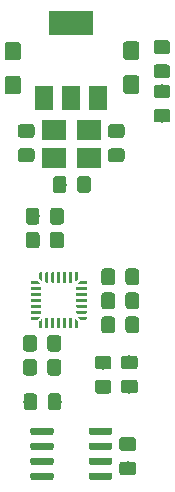
<source format=gtp>
G04 #@! TF.GenerationSoftware,KiCad,Pcbnew,(5.1.4)-1*
G04 #@! TF.CreationDate,2020-10-29T21:44:13+08:00*
G04 #@! TF.ProjectId,custom_microcontroller,63757374-6f6d-45f6-9d69-63726f636f6e,rev?*
G04 #@! TF.SameCoordinates,Original*
G04 #@! TF.FileFunction,Paste,Top*
G04 #@! TF.FilePolarity,Positive*
%FSLAX46Y46*%
G04 Gerber Fmt 4.6, Leading zero omitted, Abs format (unit mm)*
G04 Created by KiCad (PCBNEW (5.1.4)-1) date 2020-10-29 21:44:13*
%MOMM*%
%LPD*%
G04 APERTURE LIST*
%ADD10C,0.100000*%
%ADD11C,0.600000*%
%ADD12C,1.150000*%
%ADD13R,2.100000X1.800000*%
%ADD14R,1.500000X2.000000*%
%ADD15R,3.800000X2.000000*%
%ADD16C,0.136863*%
%ADD17C,0.250000*%
%ADD18C,1.350000*%
G04 APERTURE END LIST*
D10*
G36*
X136794703Y-143464722D02*
G01*
X136809264Y-143466882D01*
X136823543Y-143470459D01*
X136837403Y-143475418D01*
X136850710Y-143481712D01*
X136863336Y-143489280D01*
X136875159Y-143498048D01*
X136886066Y-143507934D01*
X136895952Y-143518841D01*
X136904720Y-143530664D01*
X136912288Y-143543290D01*
X136918582Y-143556597D01*
X136923541Y-143570457D01*
X136927118Y-143584736D01*
X136929278Y-143599297D01*
X136930000Y-143614000D01*
X136930000Y-143914000D01*
X136929278Y-143928703D01*
X136927118Y-143943264D01*
X136923541Y-143957543D01*
X136918582Y-143971403D01*
X136912288Y-143984710D01*
X136904720Y-143997336D01*
X136895952Y-144009159D01*
X136886066Y-144020066D01*
X136875159Y-144029952D01*
X136863336Y-144038720D01*
X136850710Y-144046288D01*
X136837403Y-144052582D01*
X136823543Y-144057541D01*
X136809264Y-144061118D01*
X136794703Y-144063278D01*
X136780000Y-144064000D01*
X135130000Y-144064000D01*
X135115297Y-144063278D01*
X135100736Y-144061118D01*
X135086457Y-144057541D01*
X135072597Y-144052582D01*
X135059290Y-144046288D01*
X135046664Y-144038720D01*
X135034841Y-144029952D01*
X135023934Y-144020066D01*
X135014048Y-144009159D01*
X135005280Y-143997336D01*
X134997712Y-143984710D01*
X134991418Y-143971403D01*
X134986459Y-143957543D01*
X134982882Y-143943264D01*
X134980722Y-143928703D01*
X134980000Y-143914000D01*
X134980000Y-143614000D01*
X134980722Y-143599297D01*
X134982882Y-143584736D01*
X134986459Y-143570457D01*
X134991418Y-143556597D01*
X134997712Y-143543290D01*
X135005280Y-143530664D01*
X135014048Y-143518841D01*
X135023934Y-143507934D01*
X135034841Y-143498048D01*
X135046664Y-143489280D01*
X135059290Y-143481712D01*
X135072597Y-143475418D01*
X135086457Y-143470459D01*
X135100736Y-143466882D01*
X135115297Y-143464722D01*
X135130000Y-143464000D01*
X136780000Y-143464000D01*
X136794703Y-143464722D01*
X136794703Y-143464722D01*
G37*
D11*
X135955000Y-143764000D03*
D10*
G36*
X136794703Y-144734722D02*
G01*
X136809264Y-144736882D01*
X136823543Y-144740459D01*
X136837403Y-144745418D01*
X136850710Y-144751712D01*
X136863336Y-144759280D01*
X136875159Y-144768048D01*
X136886066Y-144777934D01*
X136895952Y-144788841D01*
X136904720Y-144800664D01*
X136912288Y-144813290D01*
X136918582Y-144826597D01*
X136923541Y-144840457D01*
X136927118Y-144854736D01*
X136929278Y-144869297D01*
X136930000Y-144884000D01*
X136930000Y-145184000D01*
X136929278Y-145198703D01*
X136927118Y-145213264D01*
X136923541Y-145227543D01*
X136918582Y-145241403D01*
X136912288Y-145254710D01*
X136904720Y-145267336D01*
X136895952Y-145279159D01*
X136886066Y-145290066D01*
X136875159Y-145299952D01*
X136863336Y-145308720D01*
X136850710Y-145316288D01*
X136837403Y-145322582D01*
X136823543Y-145327541D01*
X136809264Y-145331118D01*
X136794703Y-145333278D01*
X136780000Y-145334000D01*
X135130000Y-145334000D01*
X135115297Y-145333278D01*
X135100736Y-145331118D01*
X135086457Y-145327541D01*
X135072597Y-145322582D01*
X135059290Y-145316288D01*
X135046664Y-145308720D01*
X135034841Y-145299952D01*
X135023934Y-145290066D01*
X135014048Y-145279159D01*
X135005280Y-145267336D01*
X134997712Y-145254710D01*
X134991418Y-145241403D01*
X134986459Y-145227543D01*
X134982882Y-145213264D01*
X134980722Y-145198703D01*
X134980000Y-145184000D01*
X134980000Y-144884000D01*
X134980722Y-144869297D01*
X134982882Y-144854736D01*
X134986459Y-144840457D01*
X134991418Y-144826597D01*
X134997712Y-144813290D01*
X135005280Y-144800664D01*
X135014048Y-144788841D01*
X135023934Y-144777934D01*
X135034841Y-144768048D01*
X135046664Y-144759280D01*
X135059290Y-144751712D01*
X135072597Y-144745418D01*
X135086457Y-144740459D01*
X135100736Y-144736882D01*
X135115297Y-144734722D01*
X135130000Y-144734000D01*
X136780000Y-144734000D01*
X136794703Y-144734722D01*
X136794703Y-144734722D01*
G37*
D11*
X135955000Y-145034000D03*
D10*
G36*
X136794703Y-146004722D02*
G01*
X136809264Y-146006882D01*
X136823543Y-146010459D01*
X136837403Y-146015418D01*
X136850710Y-146021712D01*
X136863336Y-146029280D01*
X136875159Y-146038048D01*
X136886066Y-146047934D01*
X136895952Y-146058841D01*
X136904720Y-146070664D01*
X136912288Y-146083290D01*
X136918582Y-146096597D01*
X136923541Y-146110457D01*
X136927118Y-146124736D01*
X136929278Y-146139297D01*
X136930000Y-146154000D01*
X136930000Y-146454000D01*
X136929278Y-146468703D01*
X136927118Y-146483264D01*
X136923541Y-146497543D01*
X136918582Y-146511403D01*
X136912288Y-146524710D01*
X136904720Y-146537336D01*
X136895952Y-146549159D01*
X136886066Y-146560066D01*
X136875159Y-146569952D01*
X136863336Y-146578720D01*
X136850710Y-146586288D01*
X136837403Y-146592582D01*
X136823543Y-146597541D01*
X136809264Y-146601118D01*
X136794703Y-146603278D01*
X136780000Y-146604000D01*
X135130000Y-146604000D01*
X135115297Y-146603278D01*
X135100736Y-146601118D01*
X135086457Y-146597541D01*
X135072597Y-146592582D01*
X135059290Y-146586288D01*
X135046664Y-146578720D01*
X135034841Y-146569952D01*
X135023934Y-146560066D01*
X135014048Y-146549159D01*
X135005280Y-146537336D01*
X134997712Y-146524710D01*
X134991418Y-146511403D01*
X134986459Y-146497543D01*
X134982882Y-146483264D01*
X134980722Y-146468703D01*
X134980000Y-146454000D01*
X134980000Y-146154000D01*
X134980722Y-146139297D01*
X134982882Y-146124736D01*
X134986459Y-146110457D01*
X134991418Y-146096597D01*
X134997712Y-146083290D01*
X135005280Y-146070664D01*
X135014048Y-146058841D01*
X135023934Y-146047934D01*
X135034841Y-146038048D01*
X135046664Y-146029280D01*
X135059290Y-146021712D01*
X135072597Y-146015418D01*
X135086457Y-146010459D01*
X135100736Y-146006882D01*
X135115297Y-146004722D01*
X135130000Y-146004000D01*
X136780000Y-146004000D01*
X136794703Y-146004722D01*
X136794703Y-146004722D01*
G37*
D11*
X135955000Y-146304000D03*
D10*
G36*
X136794703Y-147274722D02*
G01*
X136809264Y-147276882D01*
X136823543Y-147280459D01*
X136837403Y-147285418D01*
X136850710Y-147291712D01*
X136863336Y-147299280D01*
X136875159Y-147308048D01*
X136886066Y-147317934D01*
X136895952Y-147328841D01*
X136904720Y-147340664D01*
X136912288Y-147353290D01*
X136918582Y-147366597D01*
X136923541Y-147380457D01*
X136927118Y-147394736D01*
X136929278Y-147409297D01*
X136930000Y-147424000D01*
X136930000Y-147724000D01*
X136929278Y-147738703D01*
X136927118Y-147753264D01*
X136923541Y-147767543D01*
X136918582Y-147781403D01*
X136912288Y-147794710D01*
X136904720Y-147807336D01*
X136895952Y-147819159D01*
X136886066Y-147830066D01*
X136875159Y-147839952D01*
X136863336Y-147848720D01*
X136850710Y-147856288D01*
X136837403Y-147862582D01*
X136823543Y-147867541D01*
X136809264Y-147871118D01*
X136794703Y-147873278D01*
X136780000Y-147874000D01*
X135130000Y-147874000D01*
X135115297Y-147873278D01*
X135100736Y-147871118D01*
X135086457Y-147867541D01*
X135072597Y-147862582D01*
X135059290Y-147856288D01*
X135046664Y-147848720D01*
X135034841Y-147839952D01*
X135023934Y-147830066D01*
X135014048Y-147819159D01*
X135005280Y-147807336D01*
X134997712Y-147794710D01*
X134991418Y-147781403D01*
X134986459Y-147767543D01*
X134982882Y-147753264D01*
X134980722Y-147738703D01*
X134980000Y-147724000D01*
X134980000Y-147424000D01*
X134980722Y-147409297D01*
X134982882Y-147394736D01*
X134986459Y-147380457D01*
X134991418Y-147366597D01*
X134997712Y-147353290D01*
X135005280Y-147340664D01*
X135014048Y-147328841D01*
X135023934Y-147317934D01*
X135034841Y-147308048D01*
X135046664Y-147299280D01*
X135059290Y-147291712D01*
X135072597Y-147285418D01*
X135086457Y-147280459D01*
X135100736Y-147276882D01*
X135115297Y-147274722D01*
X135130000Y-147274000D01*
X136780000Y-147274000D01*
X136794703Y-147274722D01*
X136794703Y-147274722D01*
G37*
D11*
X135955000Y-147574000D03*
D10*
G36*
X141744703Y-147274722D02*
G01*
X141759264Y-147276882D01*
X141773543Y-147280459D01*
X141787403Y-147285418D01*
X141800710Y-147291712D01*
X141813336Y-147299280D01*
X141825159Y-147308048D01*
X141836066Y-147317934D01*
X141845952Y-147328841D01*
X141854720Y-147340664D01*
X141862288Y-147353290D01*
X141868582Y-147366597D01*
X141873541Y-147380457D01*
X141877118Y-147394736D01*
X141879278Y-147409297D01*
X141880000Y-147424000D01*
X141880000Y-147724000D01*
X141879278Y-147738703D01*
X141877118Y-147753264D01*
X141873541Y-147767543D01*
X141868582Y-147781403D01*
X141862288Y-147794710D01*
X141854720Y-147807336D01*
X141845952Y-147819159D01*
X141836066Y-147830066D01*
X141825159Y-147839952D01*
X141813336Y-147848720D01*
X141800710Y-147856288D01*
X141787403Y-147862582D01*
X141773543Y-147867541D01*
X141759264Y-147871118D01*
X141744703Y-147873278D01*
X141730000Y-147874000D01*
X140080000Y-147874000D01*
X140065297Y-147873278D01*
X140050736Y-147871118D01*
X140036457Y-147867541D01*
X140022597Y-147862582D01*
X140009290Y-147856288D01*
X139996664Y-147848720D01*
X139984841Y-147839952D01*
X139973934Y-147830066D01*
X139964048Y-147819159D01*
X139955280Y-147807336D01*
X139947712Y-147794710D01*
X139941418Y-147781403D01*
X139936459Y-147767543D01*
X139932882Y-147753264D01*
X139930722Y-147738703D01*
X139930000Y-147724000D01*
X139930000Y-147424000D01*
X139930722Y-147409297D01*
X139932882Y-147394736D01*
X139936459Y-147380457D01*
X139941418Y-147366597D01*
X139947712Y-147353290D01*
X139955280Y-147340664D01*
X139964048Y-147328841D01*
X139973934Y-147317934D01*
X139984841Y-147308048D01*
X139996664Y-147299280D01*
X140009290Y-147291712D01*
X140022597Y-147285418D01*
X140036457Y-147280459D01*
X140050736Y-147276882D01*
X140065297Y-147274722D01*
X140080000Y-147274000D01*
X141730000Y-147274000D01*
X141744703Y-147274722D01*
X141744703Y-147274722D01*
G37*
D11*
X140905000Y-147574000D03*
D10*
G36*
X141744703Y-146004722D02*
G01*
X141759264Y-146006882D01*
X141773543Y-146010459D01*
X141787403Y-146015418D01*
X141800710Y-146021712D01*
X141813336Y-146029280D01*
X141825159Y-146038048D01*
X141836066Y-146047934D01*
X141845952Y-146058841D01*
X141854720Y-146070664D01*
X141862288Y-146083290D01*
X141868582Y-146096597D01*
X141873541Y-146110457D01*
X141877118Y-146124736D01*
X141879278Y-146139297D01*
X141880000Y-146154000D01*
X141880000Y-146454000D01*
X141879278Y-146468703D01*
X141877118Y-146483264D01*
X141873541Y-146497543D01*
X141868582Y-146511403D01*
X141862288Y-146524710D01*
X141854720Y-146537336D01*
X141845952Y-146549159D01*
X141836066Y-146560066D01*
X141825159Y-146569952D01*
X141813336Y-146578720D01*
X141800710Y-146586288D01*
X141787403Y-146592582D01*
X141773543Y-146597541D01*
X141759264Y-146601118D01*
X141744703Y-146603278D01*
X141730000Y-146604000D01*
X140080000Y-146604000D01*
X140065297Y-146603278D01*
X140050736Y-146601118D01*
X140036457Y-146597541D01*
X140022597Y-146592582D01*
X140009290Y-146586288D01*
X139996664Y-146578720D01*
X139984841Y-146569952D01*
X139973934Y-146560066D01*
X139964048Y-146549159D01*
X139955280Y-146537336D01*
X139947712Y-146524710D01*
X139941418Y-146511403D01*
X139936459Y-146497543D01*
X139932882Y-146483264D01*
X139930722Y-146468703D01*
X139930000Y-146454000D01*
X139930000Y-146154000D01*
X139930722Y-146139297D01*
X139932882Y-146124736D01*
X139936459Y-146110457D01*
X139941418Y-146096597D01*
X139947712Y-146083290D01*
X139955280Y-146070664D01*
X139964048Y-146058841D01*
X139973934Y-146047934D01*
X139984841Y-146038048D01*
X139996664Y-146029280D01*
X140009290Y-146021712D01*
X140022597Y-146015418D01*
X140036457Y-146010459D01*
X140050736Y-146006882D01*
X140065297Y-146004722D01*
X140080000Y-146004000D01*
X141730000Y-146004000D01*
X141744703Y-146004722D01*
X141744703Y-146004722D01*
G37*
D11*
X140905000Y-146304000D03*
D10*
G36*
X141744703Y-144734722D02*
G01*
X141759264Y-144736882D01*
X141773543Y-144740459D01*
X141787403Y-144745418D01*
X141800710Y-144751712D01*
X141813336Y-144759280D01*
X141825159Y-144768048D01*
X141836066Y-144777934D01*
X141845952Y-144788841D01*
X141854720Y-144800664D01*
X141862288Y-144813290D01*
X141868582Y-144826597D01*
X141873541Y-144840457D01*
X141877118Y-144854736D01*
X141879278Y-144869297D01*
X141880000Y-144884000D01*
X141880000Y-145184000D01*
X141879278Y-145198703D01*
X141877118Y-145213264D01*
X141873541Y-145227543D01*
X141868582Y-145241403D01*
X141862288Y-145254710D01*
X141854720Y-145267336D01*
X141845952Y-145279159D01*
X141836066Y-145290066D01*
X141825159Y-145299952D01*
X141813336Y-145308720D01*
X141800710Y-145316288D01*
X141787403Y-145322582D01*
X141773543Y-145327541D01*
X141759264Y-145331118D01*
X141744703Y-145333278D01*
X141730000Y-145334000D01*
X140080000Y-145334000D01*
X140065297Y-145333278D01*
X140050736Y-145331118D01*
X140036457Y-145327541D01*
X140022597Y-145322582D01*
X140009290Y-145316288D01*
X139996664Y-145308720D01*
X139984841Y-145299952D01*
X139973934Y-145290066D01*
X139964048Y-145279159D01*
X139955280Y-145267336D01*
X139947712Y-145254710D01*
X139941418Y-145241403D01*
X139936459Y-145227543D01*
X139932882Y-145213264D01*
X139930722Y-145198703D01*
X139930000Y-145184000D01*
X139930000Y-144884000D01*
X139930722Y-144869297D01*
X139932882Y-144854736D01*
X139936459Y-144840457D01*
X139941418Y-144826597D01*
X139947712Y-144813290D01*
X139955280Y-144800664D01*
X139964048Y-144788841D01*
X139973934Y-144777934D01*
X139984841Y-144768048D01*
X139996664Y-144759280D01*
X140009290Y-144751712D01*
X140022597Y-144745418D01*
X140036457Y-144740459D01*
X140050736Y-144736882D01*
X140065297Y-144734722D01*
X140080000Y-144734000D01*
X141730000Y-144734000D01*
X141744703Y-144734722D01*
X141744703Y-144734722D01*
G37*
D11*
X140905000Y-145034000D03*
D10*
G36*
X141744703Y-143464722D02*
G01*
X141759264Y-143466882D01*
X141773543Y-143470459D01*
X141787403Y-143475418D01*
X141800710Y-143481712D01*
X141813336Y-143489280D01*
X141825159Y-143498048D01*
X141836066Y-143507934D01*
X141845952Y-143518841D01*
X141854720Y-143530664D01*
X141862288Y-143543290D01*
X141868582Y-143556597D01*
X141873541Y-143570457D01*
X141877118Y-143584736D01*
X141879278Y-143599297D01*
X141880000Y-143614000D01*
X141880000Y-143914000D01*
X141879278Y-143928703D01*
X141877118Y-143943264D01*
X141873541Y-143957543D01*
X141868582Y-143971403D01*
X141862288Y-143984710D01*
X141854720Y-143997336D01*
X141845952Y-144009159D01*
X141836066Y-144020066D01*
X141825159Y-144029952D01*
X141813336Y-144038720D01*
X141800710Y-144046288D01*
X141787403Y-144052582D01*
X141773543Y-144057541D01*
X141759264Y-144061118D01*
X141744703Y-144063278D01*
X141730000Y-144064000D01*
X140080000Y-144064000D01*
X140065297Y-144063278D01*
X140050736Y-144061118D01*
X140036457Y-144057541D01*
X140022597Y-144052582D01*
X140009290Y-144046288D01*
X139996664Y-144038720D01*
X139984841Y-144029952D01*
X139973934Y-144020066D01*
X139964048Y-144009159D01*
X139955280Y-143997336D01*
X139947712Y-143984710D01*
X139941418Y-143971403D01*
X139936459Y-143957543D01*
X139932882Y-143943264D01*
X139930722Y-143928703D01*
X139930000Y-143914000D01*
X139930000Y-143614000D01*
X139930722Y-143599297D01*
X139932882Y-143584736D01*
X139936459Y-143570457D01*
X139941418Y-143556597D01*
X139947712Y-143543290D01*
X139955280Y-143530664D01*
X139964048Y-143518841D01*
X139973934Y-143507934D01*
X139984841Y-143498048D01*
X139996664Y-143489280D01*
X140009290Y-143481712D01*
X140022597Y-143475418D01*
X140036457Y-143470459D01*
X140050736Y-143466882D01*
X140065297Y-143464722D01*
X140080000Y-143464000D01*
X141730000Y-143464000D01*
X141744703Y-143464722D01*
X141744703Y-143464722D01*
G37*
D11*
X140905000Y-143764000D03*
D10*
G36*
X143948311Y-129994744D02*
G01*
X143972579Y-129998344D01*
X143996378Y-130004305D01*
X144019477Y-130012570D01*
X144041656Y-130023060D01*
X144062699Y-130035672D01*
X144082405Y-130050287D01*
X144100583Y-130066763D01*
X144117059Y-130084941D01*
X144131674Y-130104647D01*
X144144286Y-130125690D01*
X144154776Y-130147869D01*
X144163041Y-130170968D01*
X144169002Y-130194767D01*
X144172602Y-130219035D01*
X144173806Y-130243539D01*
X144173806Y-131143541D01*
X144172602Y-131168045D01*
X144169002Y-131192313D01*
X144163041Y-131216112D01*
X144154776Y-131239211D01*
X144144286Y-131261390D01*
X144131674Y-131282433D01*
X144117059Y-131302139D01*
X144100583Y-131320317D01*
X144082405Y-131336793D01*
X144062699Y-131351408D01*
X144041656Y-131364020D01*
X144019477Y-131374510D01*
X143996378Y-131382775D01*
X143972579Y-131388736D01*
X143948311Y-131392336D01*
X143923807Y-131393540D01*
X143273805Y-131393540D01*
X143249301Y-131392336D01*
X143225033Y-131388736D01*
X143201234Y-131382775D01*
X143178135Y-131374510D01*
X143155956Y-131364020D01*
X143134913Y-131351408D01*
X143115207Y-131336793D01*
X143097029Y-131320317D01*
X143080553Y-131302139D01*
X143065938Y-131282433D01*
X143053326Y-131261390D01*
X143042836Y-131239211D01*
X143034571Y-131216112D01*
X143028610Y-131192313D01*
X143025010Y-131168045D01*
X143023806Y-131143541D01*
X143023806Y-130243539D01*
X143025010Y-130219035D01*
X143028610Y-130194767D01*
X143034571Y-130170968D01*
X143042836Y-130147869D01*
X143053326Y-130125690D01*
X143065938Y-130104647D01*
X143080553Y-130084941D01*
X143097029Y-130066763D01*
X143115207Y-130050287D01*
X143134913Y-130035672D01*
X143155956Y-130023060D01*
X143178135Y-130012570D01*
X143201234Y-130004305D01*
X143225033Y-129998344D01*
X143249301Y-129994744D01*
X143273805Y-129993540D01*
X143923807Y-129993540D01*
X143948311Y-129994744D01*
X143948311Y-129994744D01*
G37*
D12*
X143598806Y-130693540D03*
D10*
G36*
X141898311Y-129994744D02*
G01*
X141922579Y-129998344D01*
X141946378Y-130004305D01*
X141969477Y-130012570D01*
X141991656Y-130023060D01*
X142012699Y-130035672D01*
X142032405Y-130050287D01*
X142050583Y-130066763D01*
X142067059Y-130084941D01*
X142081674Y-130104647D01*
X142094286Y-130125690D01*
X142104776Y-130147869D01*
X142113041Y-130170968D01*
X142119002Y-130194767D01*
X142122602Y-130219035D01*
X142123806Y-130243539D01*
X142123806Y-131143541D01*
X142122602Y-131168045D01*
X142119002Y-131192313D01*
X142113041Y-131216112D01*
X142104776Y-131239211D01*
X142094286Y-131261390D01*
X142081674Y-131282433D01*
X142067059Y-131302139D01*
X142050583Y-131320317D01*
X142032405Y-131336793D01*
X142012699Y-131351408D01*
X141991656Y-131364020D01*
X141969477Y-131374510D01*
X141946378Y-131382775D01*
X141922579Y-131388736D01*
X141898311Y-131392336D01*
X141873807Y-131393540D01*
X141223805Y-131393540D01*
X141199301Y-131392336D01*
X141175033Y-131388736D01*
X141151234Y-131382775D01*
X141128135Y-131374510D01*
X141105956Y-131364020D01*
X141084913Y-131351408D01*
X141065207Y-131336793D01*
X141047029Y-131320317D01*
X141030553Y-131302139D01*
X141015938Y-131282433D01*
X141003326Y-131261390D01*
X140992836Y-131239211D01*
X140984571Y-131216112D01*
X140978610Y-131192313D01*
X140975010Y-131168045D01*
X140973806Y-131143541D01*
X140973806Y-130243539D01*
X140975010Y-130219035D01*
X140978610Y-130194767D01*
X140984571Y-130170968D01*
X140992836Y-130147869D01*
X141003326Y-130125690D01*
X141015938Y-130104647D01*
X141030553Y-130084941D01*
X141047029Y-130066763D01*
X141065207Y-130050287D01*
X141084913Y-130035672D01*
X141105956Y-130023060D01*
X141128135Y-130012570D01*
X141151234Y-130004305D01*
X141175033Y-129998344D01*
X141199301Y-129994744D01*
X141223805Y-129993540D01*
X141873807Y-129993540D01*
X141898311Y-129994744D01*
X141898311Y-129994744D01*
G37*
D12*
X141548806Y-130693540D03*
D10*
G36*
X135316105Y-140576004D02*
G01*
X135340373Y-140579604D01*
X135364172Y-140585565D01*
X135387271Y-140593830D01*
X135409450Y-140604320D01*
X135430493Y-140616932D01*
X135450199Y-140631547D01*
X135468377Y-140648023D01*
X135484853Y-140666201D01*
X135499468Y-140685907D01*
X135512080Y-140706950D01*
X135522570Y-140729129D01*
X135530835Y-140752228D01*
X135536796Y-140776027D01*
X135540396Y-140800295D01*
X135541600Y-140824799D01*
X135541600Y-141724801D01*
X135540396Y-141749305D01*
X135536796Y-141773573D01*
X135530835Y-141797372D01*
X135522570Y-141820471D01*
X135512080Y-141842650D01*
X135499468Y-141863693D01*
X135484853Y-141883399D01*
X135468377Y-141901577D01*
X135450199Y-141918053D01*
X135430493Y-141932668D01*
X135409450Y-141945280D01*
X135387271Y-141955770D01*
X135364172Y-141964035D01*
X135340373Y-141969996D01*
X135316105Y-141973596D01*
X135291601Y-141974800D01*
X134641599Y-141974800D01*
X134617095Y-141973596D01*
X134592827Y-141969996D01*
X134569028Y-141964035D01*
X134545929Y-141955770D01*
X134523750Y-141945280D01*
X134502707Y-141932668D01*
X134483001Y-141918053D01*
X134464823Y-141901577D01*
X134448347Y-141883399D01*
X134433732Y-141863693D01*
X134421120Y-141842650D01*
X134410630Y-141820471D01*
X134402365Y-141797372D01*
X134396404Y-141773573D01*
X134392804Y-141749305D01*
X134391600Y-141724801D01*
X134391600Y-140824799D01*
X134392804Y-140800295D01*
X134396404Y-140776027D01*
X134402365Y-140752228D01*
X134410630Y-140729129D01*
X134421120Y-140706950D01*
X134433732Y-140685907D01*
X134448347Y-140666201D01*
X134464823Y-140648023D01*
X134483001Y-140631547D01*
X134502707Y-140616932D01*
X134523750Y-140604320D01*
X134545929Y-140593830D01*
X134569028Y-140585565D01*
X134592827Y-140579604D01*
X134617095Y-140576004D01*
X134641599Y-140574800D01*
X135291601Y-140574800D01*
X135316105Y-140576004D01*
X135316105Y-140576004D01*
G37*
D12*
X134966600Y-141274800D03*
D10*
G36*
X137366105Y-140576004D02*
G01*
X137390373Y-140579604D01*
X137414172Y-140585565D01*
X137437271Y-140593830D01*
X137459450Y-140604320D01*
X137480493Y-140616932D01*
X137500199Y-140631547D01*
X137518377Y-140648023D01*
X137534853Y-140666201D01*
X137549468Y-140685907D01*
X137562080Y-140706950D01*
X137572570Y-140729129D01*
X137580835Y-140752228D01*
X137586796Y-140776027D01*
X137590396Y-140800295D01*
X137591600Y-140824799D01*
X137591600Y-141724801D01*
X137590396Y-141749305D01*
X137586796Y-141773573D01*
X137580835Y-141797372D01*
X137572570Y-141820471D01*
X137562080Y-141842650D01*
X137549468Y-141863693D01*
X137534853Y-141883399D01*
X137518377Y-141901577D01*
X137500199Y-141918053D01*
X137480493Y-141932668D01*
X137459450Y-141945280D01*
X137437271Y-141955770D01*
X137414172Y-141964035D01*
X137390373Y-141969996D01*
X137366105Y-141973596D01*
X137341601Y-141974800D01*
X136691599Y-141974800D01*
X136667095Y-141973596D01*
X136642827Y-141969996D01*
X136619028Y-141964035D01*
X136595929Y-141955770D01*
X136573750Y-141945280D01*
X136552707Y-141932668D01*
X136533001Y-141918053D01*
X136514823Y-141901577D01*
X136498347Y-141883399D01*
X136483732Y-141863693D01*
X136471120Y-141842650D01*
X136460630Y-141820471D01*
X136452365Y-141797372D01*
X136446404Y-141773573D01*
X136442804Y-141749305D01*
X136441600Y-141724801D01*
X136441600Y-140824799D01*
X136442804Y-140800295D01*
X136446404Y-140776027D01*
X136452365Y-140752228D01*
X136460630Y-140729129D01*
X136471120Y-140706950D01*
X136483732Y-140685907D01*
X136498347Y-140666201D01*
X136514823Y-140648023D01*
X136533001Y-140631547D01*
X136552707Y-140616932D01*
X136573750Y-140604320D01*
X136595929Y-140593830D01*
X136619028Y-140585565D01*
X136642827Y-140579604D01*
X136667095Y-140576004D01*
X136691599Y-140574800D01*
X137341601Y-140574800D01*
X137366105Y-140576004D01*
X137366105Y-140576004D01*
G37*
D12*
X137016600Y-141274800D03*
D10*
G36*
X143679705Y-144289804D02*
G01*
X143703973Y-144293404D01*
X143727772Y-144299365D01*
X143750871Y-144307630D01*
X143773050Y-144318120D01*
X143794093Y-144330732D01*
X143813799Y-144345347D01*
X143831977Y-144361823D01*
X143848453Y-144380001D01*
X143863068Y-144399707D01*
X143875680Y-144420750D01*
X143886170Y-144442929D01*
X143894435Y-144466028D01*
X143900396Y-144489827D01*
X143903996Y-144514095D01*
X143905200Y-144538599D01*
X143905200Y-145188601D01*
X143903996Y-145213105D01*
X143900396Y-145237373D01*
X143894435Y-145261172D01*
X143886170Y-145284271D01*
X143875680Y-145306450D01*
X143863068Y-145327493D01*
X143848453Y-145347199D01*
X143831977Y-145365377D01*
X143813799Y-145381853D01*
X143794093Y-145396468D01*
X143773050Y-145409080D01*
X143750871Y-145419570D01*
X143727772Y-145427835D01*
X143703973Y-145433796D01*
X143679705Y-145437396D01*
X143655201Y-145438600D01*
X142755199Y-145438600D01*
X142730695Y-145437396D01*
X142706427Y-145433796D01*
X142682628Y-145427835D01*
X142659529Y-145419570D01*
X142637350Y-145409080D01*
X142616307Y-145396468D01*
X142596601Y-145381853D01*
X142578423Y-145365377D01*
X142561947Y-145347199D01*
X142547332Y-145327493D01*
X142534720Y-145306450D01*
X142524230Y-145284271D01*
X142515965Y-145261172D01*
X142510004Y-145237373D01*
X142506404Y-145213105D01*
X142505200Y-145188601D01*
X142505200Y-144538599D01*
X142506404Y-144514095D01*
X142510004Y-144489827D01*
X142515965Y-144466028D01*
X142524230Y-144442929D01*
X142534720Y-144420750D01*
X142547332Y-144399707D01*
X142561947Y-144380001D01*
X142578423Y-144361823D01*
X142596601Y-144345347D01*
X142616307Y-144330732D01*
X142637350Y-144318120D01*
X142659529Y-144307630D01*
X142682628Y-144299365D01*
X142706427Y-144293404D01*
X142730695Y-144289804D01*
X142755199Y-144288600D01*
X143655201Y-144288600D01*
X143679705Y-144289804D01*
X143679705Y-144289804D01*
G37*
D12*
X143205200Y-144863600D03*
D10*
G36*
X143679705Y-146339804D02*
G01*
X143703973Y-146343404D01*
X143727772Y-146349365D01*
X143750871Y-146357630D01*
X143773050Y-146368120D01*
X143794093Y-146380732D01*
X143813799Y-146395347D01*
X143831977Y-146411823D01*
X143848453Y-146430001D01*
X143863068Y-146449707D01*
X143875680Y-146470750D01*
X143886170Y-146492929D01*
X143894435Y-146516028D01*
X143900396Y-146539827D01*
X143903996Y-146564095D01*
X143905200Y-146588599D01*
X143905200Y-147238601D01*
X143903996Y-147263105D01*
X143900396Y-147287373D01*
X143894435Y-147311172D01*
X143886170Y-147334271D01*
X143875680Y-147356450D01*
X143863068Y-147377493D01*
X143848453Y-147397199D01*
X143831977Y-147415377D01*
X143813799Y-147431853D01*
X143794093Y-147446468D01*
X143773050Y-147459080D01*
X143750871Y-147469570D01*
X143727772Y-147477835D01*
X143703973Y-147483796D01*
X143679705Y-147487396D01*
X143655201Y-147488600D01*
X142755199Y-147488600D01*
X142730695Y-147487396D01*
X142706427Y-147483796D01*
X142682628Y-147477835D01*
X142659529Y-147469570D01*
X142637350Y-147459080D01*
X142616307Y-147446468D01*
X142596601Y-147431853D01*
X142578423Y-147415377D01*
X142561947Y-147397199D01*
X142547332Y-147377493D01*
X142534720Y-147356450D01*
X142524230Y-147334271D01*
X142515965Y-147311172D01*
X142510004Y-147287373D01*
X142506404Y-147263105D01*
X142505200Y-147238601D01*
X142505200Y-146588599D01*
X142506404Y-146564095D01*
X142510004Y-146539827D01*
X142515965Y-146516028D01*
X142524230Y-146492929D01*
X142534720Y-146470750D01*
X142547332Y-146449707D01*
X142561947Y-146430001D01*
X142578423Y-146411823D01*
X142596601Y-146395347D01*
X142616307Y-146380732D01*
X142637350Y-146368120D01*
X142659529Y-146357630D01*
X142682628Y-146349365D01*
X142706427Y-146343404D01*
X142730695Y-146339804D01*
X142755199Y-146338600D01*
X143655201Y-146338600D01*
X143679705Y-146339804D01*
X143679705Y-146339804D01*
G37*
D12*
X143205200Y-146913600D03*
D13*
X139903200Y-120599200D03*
X137003200Y-120599200D03*
X137003200Y-118299200D03*
X139903200Y-118299200D03*
D14*
X136130000Y-115545000D03*
X140730000Y-115545000D03*
X138430000Y-115545000D03*
D15*
X138430000Y-109245000D03*
D16*
X139360700Y-131189600D03*
D10*
G36*
X139737335Y-131278379D02*
G01*
X139734775Y-131286821D01*
X139730616Y-131294601D01*
X139725020Y-131301420D01*
X139718201Y-131307016D01*
X139710421Y-131311175D01*
X139701979Y-131313735D01*
X139693200Y-131314600D01*
X139028200Y-131314600D01*
X139019421Y-131313735D01*
X139010979Y-131311175D01*
X139003199Y-131307016D01*
X138996380Y-131301420D01*
X138990784Y-131294601D01*
X138986625Y-131286821D01*
X138984065Y-131278379D01*
X138983200Y-131269600D01*
X138983200Y-131243240D01*
X138984065Y-131234461D01*
X138986625Y-131226019D01*
X138990784Y-131218239D01*
X138996380Y-131211420D01*
X139130020Y-131077780D01*
X139136839Y-131072184D01*
X139144619Y-131068025D01*
X139153061Y-131065465D01*
X139161840Y-131064600D01*
X139693200Y-131064600D01*
X139701979Y-131065465D01*
X139710421Y-131068025D01*
X139718201Y-131072184D01*
X139725020Y-131077780D01*
X139730616Y-131084599D01*
X139734775Y-131092379D01*
X139737335Y-131100821D01*
X139738200Y-131109600D01*
X139738200Y-131269600D01*
X139737335Y-131278379D01*
X139737335Y-131278379D01*
G37*
G36*
X139681826Y-131564901D02*
G01*
X139687893Y-131565801D01*
X139693843Y-131567291D01*
X139699618Y-131569358D01*
X139705162Y-131571980D01*
X139710423Y-131575133D01*
X139715350Y-131578787D01*
X139719894Y-131582906D01*
X139724013Y-131587450D01*
X139727667Y-131592377D01*
X139730820Y-131597638D01*
X139733442Y-131603182D01*
X139735509Y-131608957D01*
X139736999Y-131614907D01*
X139737899Y-131620974D01*
X139738200Y-131627100D01*
X139738200Y-131752100D01*
X139737899Y-131758226D01*
X139736999Y-131764293D01*
X139735509Y-131770243D01*
X139733442Y-131776018D01*
X139730820Y-131781562D01*
X139727667Y-131786823D01*
X139724013Y-131791750D01*
X139719894Y-131796294D01*
X139715350Y-131800413D01*
X139710423Y-131804067D01*
X139705162Y-131807220D01*
X139699618Y-131809842D01*
X139693843Y-131811909D01*
X139687893Y-131813399D01*
X139681826Y-131814299D01*
X139675700Y-131814600D01*
X138925700Y-131814600D01*
X138919574Y-131814299D01*
X138913507Y-131813399D01*
X138907557Y-131811909D01*
X138901782Y-131809842D01*
X138896238Y-131807220D01*
X138890977Y-131804067D01*
X138886050Y-131800413D01*
X138881506Y-131796294D01*
X138877387Y-131791750D01*
X138873733Y-131786823D01*
X138870580Y-131781562D01*
X138867958Y-131776018D01*
X138865891Y-131770243D01*
X138864401Y-131764293D01*
X138863501Y-131758226D01*
X138863200Y-131752100D01*
X138863200Y-131627100D01*
X138863501Y-131620974D01*
X138864401Y-131614907D01*
X138865891Y-131608957D01*
X138867958Y-131603182D01*
X138870580Y-131597638D01*
X138873733Y-131592377D01*
X138877387Y-131587450D01*
X138881506Y-131582906D01*
X138886050Y-131578787D01*
X138890977Y-131575133D01*
X138896238Y-131571980D01*
X138901782Y-131569358D01*
X138907557Y-131567291D01*
X138913507Y-131565801D01*
X138919574Y-131564901D01*
X138925700Y-131564600D01*
X139675700Y-131564600D01*
X139681826Y-131564901D01*
X139681826Y-131564901D01*
G37*
D17*
X139300700Y-131689600D03*
D10*
G36*
X139681826Y-132064901D02*
G01*
X139687893Y-132065801D01*
X139693843Y-132067291D01*
X139699618Y-132069358D01*
X139705162Y-132071980D01*
X139710423Y-132075133D01*
X139715350Y-132078787D01*
X139719894Y-132082906D01*
X139724013Y-132087450D01*
X139727667Y-132092377D01*
X139730820Y-132097638D01*
X139733442Y-132103182D01*
X139735509Y-132108957D01*
X139736999Y-132114907D01*
X139737899Y-132120974D01*
X139738200Y-132127100D01*
X139738200Y-132252100D01*
X139737899Y-132258226D01*
X139736999Y-132264293D01*
X139735509Y-132270243D01*
X139733442Y-132276018D01*
X139730820Y-132281562D01*
X139727667Y-132286823D01*
X139724013Y-132291750D01*
X139719894Y-132296294D01*
X139715350Y-132300413D01*
X139710423Y-132304067D01*
X139705162Y-132307220D01*
X139699618Y-132309842D01*
X139693843Y-132311909D01*
X139687893Y-132313399D01*
X139681826Y-132314299D01*
X139675700Y-132314600D01*
X138925700Y-132314600D01*
X138919574Y-132314299D01*
X138913507Y-132313399D01*
X138907557Y-132311909D01*
X138901782Y-132309842D01*
X138896238Y-132307220D01*
X138890977Y-132304067D01*
X138886050Y-132300413D01*
X138881506Y-132296294D01*
X138877387Y-132291750D01*
X138873733Y-132286823D01*
X138870580Y-132281562D01*
X138867958Y-132276018D01*
X138865891Y-132270243D01*
X138864401Y-132264293D01*
X138863501Y-132258226D01*
X138863200Y-132252100D01*
X138863200Y-132127100D01*
X138863501Y-132120974D01*
X138864401Y-132114907D01*
X138865891Y-132108957D01*
X138867958Y-132103182D01*
X138870580Y-132097638D01*
X138873733Y-132092377D01*
X138877387Y-132087450D01*
X138881506Y-132082906D01*
X138886050Y-132078787D01*
X138890977Y-132075133D01*
X138896238Y-132071980D01*
X138901782Y-132069358D01*
X138907557Y-132067291D01*
X138913507Y-132065801D01*
X138919574Y-132064901D01*
X138925700Y-132064600D01*
X139675700Y-132064600D01*
X139681826Y-132064901D01*
X139681826Y-132064901D01*
G37*
D17*
X139300700Y-132189600D03*
D10*
G36*
X139681826Y-132564901D02*
G01*
X139687893Y-132565801D01*
X139693843Y-132567291D01*
X139699618Y-132569358D01*
X139705162Y-132571980D01*
X139710423Y-132575133D01*
X139715350Y-132578787D01*
X139719894Y-132582906D01*
X139724013Y-132587450D01*
X139727667Y-132592377D01*
X139730820Y-132597638D01*
X139733442Y-132603182D01*
X139735509Y-132608957D01*
X139736999Y-132614907D01*
X139737899Y-132620974D01*
X139738200Y-132627100D01*
X139738200Y-132752100D01*
X139737899Y-132758226D01*
X139736999Y-132764293D01*
X139735509Y-132770243D01*
X139733442Y-132776018D01*
X139730820Y-132781562D01*
X139727667Y-132786823D01*
X139724013Y-132791750D01*
X139719894Y-132796294D01*
X139715350Y-132800413D01*
X139710423Y-132804067D01*
X139705162Y-132807220D01*
X139699618Y-132809842D01*
X139693843Y-132811909D01*
X139687893Y-132813399D01*
X139681826Y-132814299D01*
X139675700Y-132814600D01*
X138925700Y-132814600D01*
X138919574Y-132814299D01*
X138913507Y-132813399D01*
X138907557Y-132811909D01*
X138901782Y-132809842D01*
X138896238Y-132807220D01*
X138890977Y-132804067D01*
X138886050Y-132800413D01*
X138881506Y-132796294D01*
X138877387Y-132791750D01*
X138873733Y-132786823D01*
X138870580Y-132781562D01*
X138867958Y-132776018D01*
X138865891Y-132770243D01*
X138864401Y-132764293D01*
X138863501Y-132758226D01*
X138863200Y-132752100D01*
X138863200Y-132627100D01*
X138863501Y-132620974D01*
X138864401Y-132614907D01*
X138865891Y-132608957D01*
X138867958Y-132603182D01*
X138870580Y-132597638D01*
X138873733Y-132592377D01*
X138877387Y-132587450D01*
X138881506Y-132582906D01*
X138886050Y-132578787D01*
X138890977Y-132575133D01*
X138896238Y-132571980D01*
X138901782Y-132569358D01*
X138907557Y-132567291D01*
X138913507Y-132565801D01*
X138919574Y-132564901D01*
X138925700Y-132564600D01*
X139675700Y-132564600D01*
X139681826Y-132564901D01*
X139681826Y-132564901D01*
G37*
D17*
X139300700Y-132689600D03*
D10*
G36*
X139681826Y-133064901D02*
G01*
X139687893Y-133065801D01*
X139693843Y-133067291D01*
X139699618Y-133069358D01*
X139705162Y-133071980D01*
X139710423Y-133075133D01*
X139715350Y-133078787D01*
X139719894Y-133082906D01*
X139724013Y-133087450D01*
X139727667Y-133092377D01*
X139730820Y-133097638D01*
X139733442Y-133103182D01*
X139735509Y-133108957D01*
X139736999Y-133114907D01*
X139737899Y-133120974D01*
X139738200Y-133127100D01*
X139738200Y-133252100D01*
X139737899Y-133258226D01*
X139736999Y-133264293D01*
X139735509Y-133270243D01*
X139733442Y-133276018D01*
X139730820Y-133281562D01*
X139727667Y-133286823D01*
X139724013Y-133291750D01*
X139719894Y-133296294D01*
X139715350Y-133300413D01*
X139710423Y-133304067D01*
X139705162Y-133307220D01*
X139699618Y-133309842D01*
X139693843Y-133311909D01*
X139687893Y-133313399D01*
X139681826Y-133314299D01*
X139675700Y-133314600D01*
X138925700Y-133314600D01*
X138919574Y-133314299D01*
X138913507Y-133313399D01*
X138907557Y-133311909D01*
X138901782Y-133309842D01*
X138896238Y-133307220D01*
X138890977Y-133304067D01*
X138886050Y-133300413D01*
X138881506Y-133296294D01*
X138877387Y-133291750D01*
X138873733Y-133286823D01*
X138870580Y-133281562D01*
X138867958Y-133276018D01*
X138865891Y-133270243D01*
X138864401Y-133264293D01*
X138863501Y-133258226D01*
X138863200Y-133252100D01*
X138863200Y-133127100D01*
X138863501Y-133120974D01*
X138864401Y-133114907D01*
X138865891Y-133108957D01*
X138867958Y-133103182D01*
X138870580Y-133097638D01*
X138873733Y-133092377D01*
X138877387Y-133087450D01*
X138881506Y-133082906D01*
X138886050Y-133078787D01*
X138890977Y-133075133D01*
X138896238Y-133071980D01*
X138901782Y-133069358D01*
X138907557Y-133067291D01*
X138913507Y-133065801D01*
X138919574Y-133064901D01*
X138925700Y-133064600D01*
X139675700Y-133064600D01*
X139681826Y-133064901D01*
X139681826Y-133064901D01*
G37*
D17*
X139300700Y-133189600D03*
D10*
G36*
X139681826Y-133564901D02*
G01*
X139687893Y-133565801D01*
X139693843Y-133567291D01*
X139699618Y-133569358D01*
X139705162Y-133571980D01*
X139710423Y-133575133D01*
X139715350Y-133578787D01*
X139719894Y-133582906D01*
X139724013Y-133587450D01*
X139727667Y-133592377D01*
X139730820Y-133597638D01*
X139733442Y-133603182D01*
X139735509Y-133608957D01*
X139736999Y-133614907D01*
X139737899Y-133620974D01*
X139738200Y-133627100D01*
X139738200Y-133752100D01*
X139737899Y-133758226D01*
X139736999Y-133764293D01*
X139735509Y-133770243D01*
X139733442Y-133776018D01*
X139730820Y-133781562D01*
X139727667Y-133786823D01*
X139724013Y-133791750D01*
X139719894Y-133796294D01*
X139715350Y-133800413D01*
X139710423Y-133804067D01*
X139705162Y-133807220D01*
X139699618Y-133809842D01*
X139693843Y-133811909D01*
X139687893Y-133813399D01*
X139681826Y-133814299D01*
X139675700Y-133814600D01*
X138925700Y-133814600D01*
X138919574Y-133814299D01*
X138913507Y-133813399D01*
X138907557Y-133811909D01*
X138901782Y-133809842D01*
X138896238Y-133807220D01*
X138890977Y-133804067D01*
X138886050Y-133800413D01*
X138881506Y-133796294D01*
X138877387Y-133791750D01*
X138873733Y-133786823D01*
X138870580Y-133781562D01*
X138867958Y-133776018D01*
X138865891Y-133770243D01*
X138864401Y-133764293D01*
X138863501Y-133758226D01*
X138863200Y-133752100D01*
X138863200Y-133627100D01*
X138863501Y-133620974D01*
X138864401Y-133614907D01*
X138865891Y-133608957D01*
X138867958Y-133603182D01*
X138870580Y-133597638D01*
X138873733Y-133592377D01*
X138877387Y-133587450D01*
X138881506Y-133582906D01*
X138886050Y-133578787D01*
X138890977Y-133575133D01*
X138896238Y-133571980D01*
X138901782Y-133569358D01*
X138907557Y-133567291D01*
X138913507Y-133565801D01*
X138919574Y-133564901D01*
X138925700Y-133564600D01*
X139675700Y-133564600D01*
X139681826Y-133564901D01*
X139681826Y-133564901D01*
G37*
D17*
X139300700Y-133689600D03*
D16*
X139360700Y-134189600D03*
D10*
G36*
X139737335Y-134278379D02*
G01*
X139734775Y-134286821D01*
X139730616Y-134294601D01*
X139725020Y-134301420D01*
X139718201Y-134307016D01*
X139710421Y-134311175D01*
X139701979Y-134313735D01*
X139693200Y-134314600D01*
X139161840Y-134314600D01*
X139153061Y-134313735D01*
X139144619Y-134311175D01*
X139136839Y-134307016D01*
X139130020Y-134301420D01*
X138996380Y-134167780D01*
X138990784Y-134160961D01*
X138986625Y-134153181D01*
X138984065Y-134144739D01*
X138983200Y-134135960D01*
X138983200Y-134109600D01*
X138984065Y-134100821D01*
X138986625Y-134092379D01*
X138990784Y-134084599D01*
X138996380Y-134077780D01*
X139003199Y-134072184D01*
X139010979Y-134068025D01*
X139019421Y-134065465D01*
X139028200Y-134064600D01*
X139693200Y-134064600D01*
X139701979Y-134065465D01*
X139710421Y-134068025D01*
X139718201Y-134072184D01*
X139725020Y-134077780D01*
X139730616Y-134084599D01*
X139734775Y-134092379D01*
X139737335Y-134100821D01*
X139738200Y-134109600D01*
X139738200Y-134269600D01*
X139737335Y-134278379D01*
X139737335Y-134278379D01*
G37*
D16*
X138863200Y-134687100D03*
D10*
G36*
X138987335Y-135028379D02*
G01*
X138984775Y-135036821D01*
X138980616Y-135044601D01*
X138975020Y-135051420D01*
X138968201Y-135057016D01*
X138960421Y-135061175D01*
X138951979Y-135063735D01*
X138943200Y-135064600D01*
X138783200Y-135064600D01*
X138774421Y-135063735D01*
X138765979Y-135061175D01*
X138758199Y-135057016D01*
X138751380Y-135051420D01*
X138745784Y-135044601D01*
X138741625Y-135036821D01*
X138739065Y-135028379D01*
X138738200Y-135019600D01*
X138738200Y-134354600D01*
X138739065Y-134345821D01*
X138741625Y-134337379D01*
X138745784Y-134329599D01*
X138751380Y-134322780D01*
X138758199Y-134317184D01*
X138765979Y-134313025D01*
X138774421Y-134310465D01*
X138783200Y-134309600D01*
X138809560Y-134309600D01*
X138818339Y-134310465D01*
X138826781Y-134313025D01*
X138834561Y-134317184D01*
X138841380Y-134322780D01*
X138975020Y-134456420D01*
X138980616Y-134463239D01*
X138984775Y-134471019D01*
X138987335Y-134479461D01*
X138988200Y-134488240D01*
X138988200Y-135019600D01*
X138987335Y-135028379D01*
X138987335Y-135028379D01*
G37*
G36*
X138431826Y-134189901D02*
G01*
X138437893Y-134190801D01*
X138443843Y-134192291D01*
X138449618Y-134194358D01*
X138455162Y-134196980D01*
X138460423Y-134200133D01*
X138465350Y-134203787D01*
X138469894Y-134207906D01*
X138474013Y-134212450D01*
X138477667Y-134217377D01*
X138480820Y-134222638D01*
X138483442Y-134228182D01*
X138485509Y-134233957D01*
X138486999Y-134239907D01*
X138487899Y-134245974D01*
X138488200Y-134252100D01*
X138488200Y-135002100D01*
X138487899Y-135008226D01*
X138486999Y-135014293D01*
X138485509Y-135020243D01*
X138483442Y-135026018D01*
X138480820Y-135031562D01*
X138477667Y-135036823D01*
X138474013Y-135041750D01*
X138469894Y-135046294D01*
X138465350Y-135050413D01*
X138460423Y-135054067D01*
X138455162Y-135057220D01*
X138449618Y-135059842D01*
X138443843Y-135061909D01*
X138437893Y-135063399D01*
X138431826Y-135064299D01*
X138425700Y-135064600D01*
X138300700Y-135064600D01*
X138294574Y-135064299D01*
X138288507Y-135063399D01*
X138282557Y-135061909D01*
X138276782Y-135059842D01*
X138271238Y-135057220D01*
X138265977Y-135054067D01*
X138261050Y-135050413D01*
X138256506Y-135046294D01*
X138252387Y-135041750D01*
X138248733Y-135036823D01*
X138245580Y-135031562D01*
X138242958Y-135026018D01*
X138240891Y-135020243D01*
X138239401Y-135014293D01*
X138238501Y-135008226D01*
X138238200Y-135002100D01*
X138238200Y-134252100D01*
X138238501Y-134245974D01*
X138239401Y-134239907D01*
X138240891Y-134233957D01*
X138242958Y-134228182D01*
X138245580Y-134222638D01*
X138248733Y-134217377D01*
X138252387Y-134212450D01*
X138256506Y-134207906D01*
X138261050Y-134203787D01*
X138265977Y-134200133D01*
X138271238Y-134196980D01*
X138276782Y-134194358D01*
X138282557Y-134192291D01*
X138288507Y-134190801D01*
X138294574Y-134189901D01*
X138300700Y-134189600D01*
X138425700Y-134189600D01*
X138431826Y-134189901D01*
X138431826Y-134189901D01*
G37*
D17*
X138363200Y-134627100D03*
D10*
G36*
X137931826Y-134189901D02*
G01*
X137937893Y-134190801D01*
X137943843Y-134192291D01*
X137949618Y-134194358D01*
X137955162Y-134196980D01*
X137960423Y-134200133D01*
X137965350Y-134203787D01*
X137969894Y-134207906D01*
X137974013Y-134212450D01*
X137977667Y-134217377D01*
X137980820Y-134222638D01*
X137983442Y-134228182D01*
X137985509Y-134233957D01*
X137986999Y-134239907D01*
X137987899Y-134245974D01*
X137988200Y-134252100D01*
X137988200Y-135002100D01*
X137987899Y-135008226D01*
X137986999Y-135014293D01*
X137985509Y-135020243D01*
X137983442Y-135026018D01*
X137980820Y-135031562D01*
X137977667Y-135036823D01*
X137974013Y-135041750D01*
X137969894Y-135046294D01*
X137965350Y-135050413D01*
X137960423Y-135054067D01*
X137955162Y-135057220D01*
X137949618Y-135059842D01*
X137943843Y-135061909D01*
X137937893Y-135063399D01*
X137931826Y-135064299D01*
X137925700Y-135064600D01*
X137800700Y-135064600D01*
X137794574Y-135064299D01*
X137788507Y-135063399D01*
X137782557Y-135061909D01*
X137776782Y-135059842D01*
X137771238Y-135057220D01*
X137765977Y-135054067D01*
X137761050Y-135050413D01*
X137756506Y-135046294D01*
X137752387Y-135041750D01*
X137748733Y-135036823D01*
X137745580Y-135031562D01*
X137742958Y-135026018D01*
X137740891Y-135020243D01*
X137739401Y-135014293D01*
X137738501Y-135008226D01*
X137738200Y-135002100D01*
X137738200Y-134252100D01*
X137738501Y-134245974D01*
X137739401Y-134239907D01*
X137740891Y-134233957D01*
X137742958Y-134228182D01*
X137745580Y-134222638D01*
X137748733Y-134217377D01*
X137752387Y-134212450D01*
X137756506Y-134207906D01*
X137761050Y-134203787D01*
X137765977Y-134200133D01*
X137771238Y-134196980D01*
X137776782Y-134194358D01*
X137782557Y-134192291D01*
X137788507Y-134190801D01*
X137794574Y-134189901D01*
X137800700Y-134189600D01*
X137925700Y-134189600D01*
X137931826Y-134189901D01*
X137931826Y-134189901D01*
G37*
D17*
X137863200Y-134627100D03*
D10*
G36*
X137431826Y-134189901D02*
G01*
X137437893Y-134190801D01*
X137443843Y-134192291D01*
X137449618Y-134194358D01*
X137455162Y-134196980D01*
X137460423Y-134200133D01*
X137465350Y-134203787D01*
X137469894Y-134207906D01*
X137474013Y-134212450D01*
X137477667Y-134217377D01*
X137480820Y-134222638D01*
X137483442Y-134228182D01*
X137485509Y-134233957D01*
X137486999Y-134239907D01*
X137487899Y-134245974D01*
X137488200Y-134252100D01*
X137488200Y-135002100D01*
X137487899Y-135008226D01*
X137486999Y-135014293D01*
X137485509Y-135020243D01*
X137483442Y-135026018D01*
X137480820Y-135031562D01*
X137477667Y-135036823D01*
X137474013Y-135041750D01*
X137469894Y-135046294D01*
X137465350Y-135050413D01*
X137460423Y-135054067D01*
X137455162Y-135057220D01*
X137449618Y-135059842D01*
X137443843Y-135061909D01*
X137437893Y-135063399D01*
X137431826Y-135064299D01*
X137425700Y-135064600D01*
X137300700Y-135064600D01*
X137294574Y-135064299D01*
X137288507Y-135063399D01*
X137282557Y-135061909D01*
X137276782Y-135059842D01*
X137271238Y-135057220D01*
X137265977Y-135054067D01*
X137261050Y-135050413D01*
X137256506Y-135046294D01*
X137252387Y-135041750D01*
X137248733Y-135036823D01*
X137245580Y-135031562D01*
X137242958Y-135026018D01*
X137240891Y-135020243D01*
X137239401Y-135014293D01*
X137238501Y-135008226D01*
X137238200Y-135002100D01*
X137238200Y-134252100D01*
X137238501Y-134245974D01*
X137239401Y-134239907D01*
X137240891Y-134233957D01*
X137242958Y-134228182D01*
X137245580Y-134222638D01*
X137248733Y-134217377D01*
X137252387Y-134212450D01*
X137256506Y-134207906D01*
X137261050Y-134203787D01*
X137265977Y-134200133D01*
X137271238Y-134196980D01*
X137276782Y-134194358D01*
X137282557Y-134192291D01*
X137288507Y-134190801D01*
X137294574Y-134189901D01*
X137300700Y-134189600D01*
X137425700Y-134189600D01*
X137431826Y-134189901D01*
X137431826Y-134189901D01*
G37*
D17*
X137363200Y-134627100D03*
D10*
G36*
X136931826Y-134189901D02*
G01*
X136937893Y-134190801D01*
X136943843Y-134192291D01*
X136949618Y-134194358D01*
X136955162Y-134196980D01*
X136960423Y-134200133D01*
X136965350Y-134203787D01*
X136969894Y-134207906D01*
X136974013Y-134212450D01*
X136977667Y-134217377D01*
X136980820Y-134222638D01*
X136983442Y-134228182D01*
X136985509Y-134233957D01*
X136986999Y-134239907D01*
X136987899Y-134245974D01*
X136988200Y-134252100D01*
X136988200Y-135002100D01*
X136987899Y-135008226D01*
X136986999Y-135014293D01*
X136985509Y-135020243D01*
X136983442Y-135026018D01*
X136980820Y-135031562D01*
X136977667Y-135036823D01*
X136974013Y-135041750D01*
X136969894Y-135046294D01*
X136965350Y-135050413D01*
X136960423Y-135054067D01*
X136955162Y-135057220D01*
X136949618Y-135059842D01*
X136943843Y-135061909D01*
X136937893Y-135063399D01*
X136931826Y-135064299D01*
X136925700Y-135064600D01*
X136800700Y-135064600D01*
X136794574Y-135064299D01*
X136788507Y-135063399D01*
X136782557Y-135061909D01*
X136776782Y-135059842D01*
X136771238Y-135057220D01*
X136765977Y-135054067D01*
X136761050Y-135050413D01*
X136756506Y-135046294D01*
X136752387Y-135041750D01*
X136748733Y-135036823D01*
X136745580Y-135031562D01*
X136742958Y-135026018D01*
X136740891Y-135020243D01*
X136739401Y-135014293D01*
X136738501Y-135008226D01*
X136738200Y-135002100D01*
X136738200Y-134252100D01*
X136738501Y-134245974D01*
X136739401Y-134239907D01*
X136740891Y-134233957D01*
X136742958Y-134228182D01*
X136745580Y-134222638D01*
X136748733Y-134217377D01*
X136752387Y-134212450D01*
X136756506Y-134207906D01*
X136761050Y-134203787D01*
X136765977Y-134200133D01*
X136771238Y-134196980D01*
X136776782Y-134194358D01*
X136782557Y-134192291D01*
X136788507Y-134190801D01*
X136794574Y-134189901D01*
X136800700Y-134189600D01*
X136925700Y-134189600D01*
X136931826Y-134189901D01*
X136931826Y-134189901D01*
G37*
D17*
X136863200Y-134627100D03*
D10*
G36*
X136431826Y-134189901D02*
G01*
X136437893Y-134190801D01*
X136443843Y-134192291D01*
X136449618Y-134194358D01*
X136455162Y-134196980D01*
X136460423Y-134200133D01*
X136465350Y-134203787D01*
X136469894Y-134207906D01*
X136474013Y-134212450D01*
X136477667Y-134217377D01*
X136480820Y-134222638D01*
X136483442Y-134228182D01*
X136485509Y-134233957D01*
X136486999Y-134239907D01*
X136487899Y-134245974D01*
X136488200Y-134252100D01*
X136488200Y-135002100D01*
X136487899Y-135008226D01*
X136486999Y-135014293D01*
X136485509Y-135020243D01*
X136483442Y-135026018D01*
X136480820Y-135031562D01*
X136477667Y-135036823D01*
X136474013Y-135041750D01*
X136469894Y-135046294D01*
X136465350Y-135050413D01*
X136460423Y-135054067D01*
X136455162Y-135057220D01*
X136449618Y-135059842D01*
X136443843Y-135061909D01*
X136437893Y-135063399D01*
X136431826Y-135064299D01*
X136425700Y-135064600D01*
X136300700Y-135064600D01*
X136294574Y-135064299D01*
X136288507Y-135063399D01*
X136282557Y-135061909D01*
X136276782Y-135059842D01*
X136271238Y-135057220D01*
X136265977Y-135054067D01*
X136261050Y-135050413D01*
X136256506Y-135046294D01*
X136252387Y-135041750D01*
X136248733Y-135036823D01*
X136245580Y-135031562D01*
X136242958Y-135026018D01*
X136240891Y-135020243D01*
X136239401Y-135014293D01*
X136238501Y-135008226D01*
X136238200Y-135002100D01*
X136238200Y-134252100D01*
X136238501Y-134245974D01*
X136239401Y-134239907D01*
X136240891Y-134233957D01*
X136242958Y-134228182D01*
X136245580Y-134222638D01*
X136248733Y-134217377D01*
X136252387Y-134212450D01*
X136256506Y-134207906D01*
X136261050Y-134203787D01*
X136265977Y-134200133D01*
X136271238Y-134196980D01*
X136276782Y-134194358D01*
X136282557Y-134192291D01*
X136288507Y-134190801D01*
X136294574Y-134189901D01*
X136300700Y-134189600D01*
X136425700Y-134189600D01*
X136431826Y-134189901D01*
X136431826Y-134189901D01*
G37*
D17*
X136363200Y-134627100D03*
D16*
X135863200Y-134687100D03*
D10*
G36*
X135987335Y-135028379D02*
G01*
X135984775Y-135036821D01*
X135980616Y-135044601D01*
X135975020Y-135051420D01*
X135968201Y-135057016D01*
X135960421Y-135061175D01*
X135951979Y-135063735D01*
X135943200Y-135064600D01*
X135783200Y-135064600D01*
X135774421Y-135063735D01*
X135765979Y-135061175D01*
X135758199Y-135057016D01*
X135751380Y-135051420D01*
X135745784Y-135044601D01*
X135741625Y-135036821D01*
X135739065Y-135028379D01*
X135738200Y-135019600D01*
X135738200Y-134488240D01*
X135739065Y-134479461D01*
X135741625Y-134471019D01*
X135745784Y-134463239D01*
X135751380Y-134456420D01*
X135885020Y-134322780D01*
X135891839Y-134317184D01*
X135899619Y-134313025D01*
X135908061Y-134310465D01*
X135916840Y-134309600D01*
X135943200Y-134309600D01*
X135951979Y-134310465D01*
X135960421Y-134313025D01*
X135968201Y-134317184D01*
X135975020Y-134322780D01*
X135980616Y-134329599D01*
X135984775Y-134337379D01*
X135987335Y-134345821D01*
X135988200Y-134354600D01*
X135988200Y-135019600D01*
X135987335Y-135028379D01*
X135987335Y-135028379D01*
G37*
D16*
X135365700Y-134189600D03*
D10*
G36*
X135742335Y-134144739D02*
G01*
X135739775Y-134153181D01*
X135735616Y-134160961D01*
X135730020Y-134167780D01*
X135596380Y-134301420D01*
X135589561Y-134307016D01*
X135581781Y-134311175D01*
X135573339Y-134313735D01*
X135564560Y-134314600D01*
X135033200Y-134314600D01*
X135024421Y-134313735D01*
X135015979Y-134311175D01*
X135008199Y-134307016D01*
X135001380Y-134301420D01*
X134995784Y-134294601D01*
X134991625Y-134286821D01*
X134989065Y-134278379D01*
X134988200Y-134269600D01*
X134988200Y-134109600D01*
X134989065Y-134100821D01*
X134991625Y-134092379D01*
X134995784Y-134084599D01*
X135001380Y-134077780D01*
X135008199Y-134072184D01*
X135015979Y-134068025D01*
X135024421Y-134065465D01*
X135033200Y-134064600D01*
X135698200Y-134064600D01*
X135706979Y-134065465D01*
X135715421Y-134068025D01*
X135723201Y-134072184D01*
X135730020Y-134077780D01*
X135735616Y-134084599D01*
X135739775Y-134092379D01*
X135742335Y-134100821D01*
X135743200Y-134109600D01*
X135743200Y-134135960D01*
X135742335Y-134144739D01*
X135742335Y-134144739D01*
G37*
G36*
X135806826Y-133564901D02*
G01*
X135812893Y-133565801D01*
X135818843Y-133567291D01*
X135824618Y-133569358D01*
X135830162Y-133571980D01*
X135835423Y-133575133D01*
X135840350Y-133578787D01*
X135844894Y-133582906D01*
X135849013Y-133587450D01*
X135852667Y-133592377D01*
X135855820Y-133597638D01*
X135858442Y-133603182D01*
X135860509Y-133608957D01*
X135861999Y-133614907D01*
X135862899Y-133620974D01*
X135863200Y-133627100D01*
X135863200Y-133752100D01*
X135862899Y-133758226D01*
X135861999Y-133764293D01*
X135860509Y-133770243D01*
X135858442Y-133776018D01*
X135855820Y-133781562D01*
X135852667Y-133786823D01*
X135849013Y-133791750D01*
X135844894Y-133796294D01*
X135840350Y-133800413D01*
X135835423Y-133804067D01*
X135830162Y-133807220D01*
X135824618Y-133809842D01*
X135818843Y-133811909D01*
X135812893Y-133813399D01*
X135806826Y-133814299D01*
X135800700Y-133814600D01*
X135050700Y-133814600D01*
X135044574Y-133814299D01*
X135038507Y-133813399D01*
X135032557Y-133811909D01*
X135026782Y-133809842D01*
X135021238Y-133807220D01*
X135015977Y-133804067D01*
X135011050Y-133800413D01*
X135006506Y-133796294D01*
X135002387Y-133791750D01*
X134998733Y-133786823D01*
X134995580Y-133781562D01*
X134992958Y-133776018D01*
X134990891Y-133770243D01*
X134989401Y-133764293D01*
X134988501Y-133758226D01*
X134988200Y-133752100D01*
X134988200Y-133627100D01*
X134988501Y-133620974D01*
X134989401Y-133614907D01*
X134990891Y-133608957D01*
X134992958Y-133603182D01*
X134995580Y-133597638D01*
X134998733Y-133592377D01*
X135002387Y-133587450D01*
X135006506Y-133582906D01*
X135011050Y-133578787D01*
X135015977Y-133575133D01*
X135021238Y-133571980D01*
X135026782Y-133569358D01*
X135032557Y-133567291D01*
X135038507Y-133565801D01*
X135044574Y-133564901D01*
X135050700Y-133564600D01*
X135800700Y-133564600D01*
X135806826Y-133564901D01*
X135806826Y-133564901D01*
G37*
D17*
X135425700Y-133689600D03*
D10*
G36*
X135806826Y-133064901D02*
G01*
X135812893Y-133065801D01*
X135818843Y-133067291D01*
X135824618Y-133069358D01*
X135830162Y-133071980D01*
X135835423Y-133075133D01*
X135840350Y-133078787D01*
X135844894Y-133082906D01*
X135849013Y-133087450D01*
X135852667Y-133092377D01*
X135855820Y-133097638D01*
X135858442Y-133103182D01*
X135860509Y-133108957D01*
X135861999Y-133114907D01*
X135862899Y-133120974D01*
X135863200Y-133127100D01*
X135863200Y-133252100D01*
X135862899Y-133258226D01*
X135861999Y-133264293D01*
X135860509Y-133270243D01*
X135858442Y-133276018D01*
X135855820Y-133281562D01*
X135852667Y-133286823D01*
X135849013Y-133291750D01*
X135844894Y-133296294D01*
X135840350Y-133300413D01*
X135835423Y-133304067D01*
X135830162Y-133307220D01*
X135824618Y-133309842D01*
X135818843Y-133311909D01*
X135812893Y-133313399D01*
X135806826Y-133314299D01*
X135800700Y-133314600D01*
X135050700Y-133314600D01*
X135044574Y-133314299D01*
X135038507Y-133313399D01*
X135032557Y-133311909D01*
X135026782Y-133309842D01*
X135021238Y-133307220D01*
X135015977Y-133304067D01*
X135011050Y-133300413D01*
X135006506Y-133296294D01*
X135002387Y-133291750D01*
X134998733Y-133286823D01*
X134995580Y-133281562D01*
X134992958Y-133276018D01*
X134990891Y-133270243D01*
X134989401Y-133264293D01*
X134988501Y-133258226D01*
X134988200Y-133252100D01*
X134988200Y-133127100D01*
X134988501Y-133120974D01*
X134989401Y-133114907D01*
X134990891Y-133108957D01*
X134992958Y-133103182D01*
X134995580Y-133097638D01*
X134998733Y-133092377D01*
X135002387Y-133087450D01*
X135006506Y-133082906D01*
X135011050Y-133078787D01*
X135015977Y-133075133D01*
X135021238Y-133071980D01*
X135026782Y-133069358D01*
X135032557Y-133067291D01*
X135038507Y-133065801D01*
X135044574Y-133064901D01*
X135050700Y-133064600D01*
X135800700Y-133064600D01*
X135806826Y-133064901D01*
X135806826Y-133064901D01*
G37*
D17*
X135425700Y-133189600D03*
D10*
G36*
X135806826Y-132564901D02*
G01*
X135812893Y-132565801D01*
X135818843Y-132567291D01*
X135824618Y-132569358D01*
X135830162Y-132571980D01*
X135835423Y-132575133D01*
X135840350Y-132578787D01*
X135844894Y-132582906D01*
X135849013Y-132587450D01*
X135852667Y-132592377D01*
X135855820Y-132597638D01*
X135858442Y-132603182D01*
X135860509Y-132608957D01*
X135861999Y-132614907D01*
X135862899Y-132620974D01*
X135863200Y-132627100D01*
X135863200Y-132752100D01*
X135862899Y-132758226D01*
X135861999Y-132764293D01*
X135860509Y-132770243D01*
X135858442Y-132776018D01*
X135855820Y-132781562D01*
X135852667Y-132786823D01*
X135849013Y-132791750D01*
X135844894Y-132796294D01*
X135840350Y-132800413D01*
X135835423Y-132804067D01*
X135830162Y-132807220D01*
X135824618Y-132809842D01*
X135818843Y-132811909D01*
X135812893Y-132813399D01*
X135806826Y-132814299D01*
X135800700Y-132814600D01*
X135050700Y-132814600D01*
X135044574Y-132814299D01*
X135038507Y-132813399D01*
X135032557Y-132811909D01*
X135026782Y-132809842D01*
X135021238Y-132807220D01*
X135015977Y-132804067D01*
X135011050Y-132800413D01*
X135006506Y-132796294D01*
X135002387Y-132791750D01*
X134998733Y-132786823D01*
X134995580Y-132781562D01*
X134992958Y-132776018D01*
X134990891Y-132770243D01*
X134989401Y-132764293D01*
X134988501Y-132758226D01*
X134988200Y-132752100D01*
X134988200Y-132627100D01*
X134988501Y-132620974D01*
X134989401Y-132614907D01*
X134990891Y-132608957D01*
X134992958Y-132603182D01*
X134995580Y-132597638D01*
X134998733Y-132592377D01*
X135002387Y-132587450D01*
X135006506Y-132582906D01*
X135011050Y-132578787D01*
X135015977Y-132575133D01*
X135021238Y-132571980D01*
X135026782Y-132569358D01*
X135032557Y-132567291D01*
X135038507Y-132565801D01*
X135044574Y-132564901D01*
X135050700Y-132564600D01*
X135800700Y-132564600D01*
X135806826Y-132564901D01*
X135806826Y-132564901D01*
G37*
D17*
X135425700Y-132689600D03*
D10*
G36*
X135806826Y-132064901D02*
G01*
X135812893Y-132065801D01*
X135818843Y-132067291D01*
X135824618Y-132069358D01*
X135830162Y-132071980D01*
X135835423Y-132075133D01*
X135840350Y-132078787D01*
X135844894Y-132082906D01*
X135849013Y-132087450D01*
X135852667Y-132092377D01*
X135855820Y-132097638D01*
X135858442Y-132103182D01*
X135860509Y-132108957D01*
X135861999Y-132114907D01*
X135862899Y-132120974D01*
X135863200Y-132127100D01*
X135863200Y-132252100D01*
X135862899Y-132258226D01*
X135861999Y-132264293D01*
X135860509Y-132270243D01*
X135858442Y-132276018D01*
X135855820Y-132281562D01*
X135852667Y-132286823D01*
X135849013Y-132291750D01*
X135844894Y-132296294D01*
X135840350Y-132300413D01*
X135835423Y-132304067D01*
X135830162Y-132307220D01*
X135824618Y-132309842D01*
X135818843Y-132311909D01*
X135812893Y-132313399D01*
X135806826Y-132314299D01*
X135800700Y-132314600D01*
X135050700Y-132314600D01*
X135044574Y-132314299D01*
X135038507Y-132313399D01*
X135032557Y-132311909D01*
X135026782Y-132309842D01*
X135021238Y-132307220D01*
X135015977Y-132304067D01*
X135011050Y-132300413D01*
X135006506Y-132296294D01*
X135002387Y-132291750D01*
X134998733Y-132286823D01*
X134995580Y-132281562D01*
X134992958Y-132276018D01*
X134990891Y-132270243D01*
X134989401Y-132264293D01*
X134988501Y-132258226D01*
X134988200Y-132252100D01*
X134988200Y-132127100D01*
X134988501Y-132120974D01*
X134989401Y-132114907D01*
X134990891Y-132108957D01*
X134992958Y-132103182D01*
X134995580Y-132097638D01*
X134998733Y-132092377D01*
X135002387Y-132087450D01*
X135006506Y-132082906D01*
X135011050Y-132078787D01*
X135015977Y-132075133D01*
X135021238Y-132071980D01*
X135026782Y-132069358D01*
X135032557Y-132067291D01*
X135038507Y-132065801D01*
X135044574Y-132064901D01*
X135050700Y-132064600D01*
X135800700Y-132064600D01*
X135806826Y-132064901D01*
X135806826Y-132064901D01*
G37*
D17*
X135425700Y-132189600D03*
D10*
G36*
X135806826Y-131564901D02*
G01*
X135812893Y-131565801D01*
X135818843Y-131567291D01*
X135824618Y-131569358D01*
X135830162Y-131571980D01*
X135835423Y-131575133D01*
X135840350Y-131578787D01*
X135844894Y-131582906D01*
X135849013Y-131587450D01*
X135852667Y-131592377D01*
X135855820Y-131597638D01*
X135858442Y-131603182D01*
X135860509Y-131608957D01*
X135861999Y-131614907D01*
X135862899Y-131620974D01*
X135863200Y-131627100D01*
X135863200Y-131752100D01*
X135862899Y-131758226D01*
X135861999Y-131764293D01*
X135860509Y-131770243D01*
X135858442Y-131776018D01*
X135855820Y-131781562D01*
X135852667Y-131786823D01*
X135849013Y-131791750D01*
X135844894Y-131796294D01*
X135840350Y-131800413D01*
X135835423Y-131804067D01*
X135830162Y-131807220D01*
X135824618Y-131809842D01*
X135818843Y-131811909D01*
X135812893Y-131813399D01*
X135806826Y-131814299D01*
X135800700Y-131814600D01*
X135050700Y-131814600D01*
X135044574Y-131814299D01*
X135038507Y-131813399D01*
X135032557Y-131811909D01*
X135026782Y-131809842D01*
X135021238Y-131807220D01*
X135015977Y-131804067D01*
X135011050Y-131800413D01*
X135006506Y-131796294D01*
X135002387Y-131791750D01*
X134998733Y-131786823D01*
X134995580Y-131781562D01*
X134992958Y-131776018D01*
X134990891Y-131770243D01*
X134989401Y-131764293D01*
X134988501Y-131758226D01*
X134988200Y-131752100D01*
X134988200Y-131627100D01*
X134988501Y-131620974D01*
X134989401Y-131614907D01*
X134990891Y-131608957D01*
X134992958Y-131603182D01*
X134995580Y-131597638D01*
X134998733Y-131592377D01*
X135002387Y-131587450D01*
X135006506Y-131582906D01*
X135011050Y-131578787D01*
X135015977Y-131575133D01*
X135021238Y-131571980D01*
X135026782Y-131569358D01*
X135032557Y-131567291D01*
X135038507Y-131565801D01*
X135044574Y-131564901D01*
X135050700Y-131564600D01*
X135800700Y-131564600D01*
X135806826Y-131564901D01*
X135806826Y-131564901D01*
G37*
D17*
X135425700Y-131689600D03*
D16*
X135365700Y-131189600D03*
D10*
G36*
X135742335Y-131278379D02*
G01*
X135739775Y-131286821D01*
X135735616Y-131294601D01*
X135730020Y-131301420D01*
X135723201Y-131307016D01*
X135715421Y-131311175D01*
X135706979Y-131313735D01*
X135698200Y-131314600D01*
X135033200Y-131314600D01*
X135024421Y-131313735D01*
X135015979Y-131311175D01*
X135008199Y-131307016D01*
X135001380Y-131301420D01*
X134995784Y-131294601D01*
X134991625Y-131286821D01*
X134989065Y-131278379D01*
X134988200Y-131269600D01*
X134988200Y-131109600D01*
X134989065Y-131100821D01*
X134991625Y-131092379D01*
X134995784Y-131084599D01*
X135001380Y-131077780D01*
X135008199Y-131072184D01*
X135015979Y-131068025D01*
X135024421Y-131065465D01*
X135033200Y-131064600D01*
X135564560Y-131064600D01*
X135573339Y-131065465D01*
X135581781Y-131068025D01*
X135589561Y-131072184D01*
X135596380Y-131077780D01*
X135730020Y-131211420D01*
X135735616Y-131218239D01*
X135739775Y-131226019D01*
X135742335Y-131234461D01*
X135743200Y-131243240D01*
X135743200Y-131269600D01*
X135742335Y-131278379D01*
X135742335Y-131278379D01*
G37*
D16*
X135863200Y-130692100D03*
D10*
G36*
X135987335Y-131033379D02*
G01*
X135984775Y-131041821D01*
X135980616Y-131049601D01*
X135975020Y-131056420D01*
X135968201Y-131062016D01*
X135960421Y-131066175D01*
X135951979Y-131068735D01*
X135943200Y-131069600D01*
X135916840Y-131069600D01*
X135908061Y-131068735D01*
X135899619Y-131066175D01*
X135891839Y-131062016D01*
X135885020Y-131056420D01*
X135751380Y-130922780D01*
X135745784Y-130915961D01*
X135741625Y-130908181D01*
X135739065Y-130899739D01*
X135738200Y-130890960D01*
X135738200Y-130359600D01*
X135739065Y-130350821D01*
X135741625Y-130342379D01*
X135745784Y-130334599D01*
X135751380Y-130327780D01*
X135758199Y-130322184D01*
X135765979Y-130318025D01*
X135774421Y-130315465D01*
X135783200Y-130314600D01*
X135943200Y-130314600D01*
X135951979Y-130315465D01*
X135960421Y-130318025D01*
X135968201Y-130322184D01*
X135975020Y-130327780D01*
X135980616Y-130334599D01*
X135984775Y-130342379D01*
X135987335Y-130350821D01*
X135988200Y-130359600D01*
X135988200Y-131024600D01*
X135987335Y-131033379D01*
X135987335Y-131033379D01*
G37*
G36*
X136431826Y-130314901D02*
G01*
X136437893Y-130315801D01*
X136443843Y-130317291D01*
X136449618Y-130319358D01*
X136455162Y-130321980D01*
X136460423Y-130325133D01*
X136465350Y-130328787D01*
X136469894Y-130332906D01*
X136474013Y-130337450D01*
X136477667Y-130342377D01*
X136480820Y-130347638D01*
X136483442Y-130353182D01*
X136485509Y-130358957D01*
X136486999Y-130364907D01*
X136487899Y-130370974D01*
X136488200Y-130377100D01*
X136488200Y-131127100D01*
X136487899Y-131133226D01*
X136486999Y-131139293D01*
X136485509Y-131145243D01*
X136483442Y-131151018D01*
X136480820Y-131156562D01*
X136477667Y-131161823D01*
X136474013Y-131166750D01*
X136469894Y-131171294D01*
X136465350Y-131175413D01*
X136460423Y-131179067D01*
X136455162Y-131182220D01*
X136449618Y-131184842D01*
X136443843Y-131186909D01*
X136437893Y-131188399D01*
X136431826Y-131189299D01*
X136425700Y-131189600D01*
X136300700Y-131189600D01*
X136294574Y-131189299D01*
X136288507Y-131188399D01*
X136282557Y-131186909D01*
X136276782Y-131184842D01*
X136271238Y-131182220D01*
X136265977Y-131179067D01*
X136261050Y-131175413D01*
X136256506Y-131171294D01*
X136252387Y-131166750D01*
X136248733Y-131161823D01*
X136245580Y-131156562D01*
X136242958Y-131151018D01*
X136240891Y-131145243D01*
X136239401Y-131139293D01*
X136238501Y-131133226D01*
X136238200Y-131127100D01*
X136238200Y-130377100D01*
X136238501Y-130370974D01*
X136239401Y-130364907D01*
X136240891Y-130358957D01*
X136242958Y-130353182D01*
X136245580Y-130347638D01*
X136248733Y-130342377D01*
X136252387Y-130337450D01*
X136256506Y-130332906D01*
X136261050Y-130328787D01*
X136265977Y-130325133D01*
X136271238Y-130321980D01*
X136276782Y-130319358D01*
X136282557Y-130317291D01*
X136288507Y-130315801D01*
X136294574Y-130314901D01*
X136300700Y-130314600D01*
X136425700Y-130314600D01*
X136431826Y-130314901D01*
X136431826Y-130314901D01*
G37*
D17*
X136363200Y-130752100D03*
D10*
G36*
X136931826Y-130314901D02*
G01*
X136937893Y-130315801D01*
X136943843Y-130317291D01*
X136949618Y-130319358D01*
X136955162Y-130321980D01*
X136960423Y-130325133D01*
X136965350Y-130328787D01*
X136969894Y-130332906D01*
X136974013Y-130337450D01*
X136977667Y-130342377D01*
X136980820Y-130347638D01*
X136983442Y-130353182D01*
X136985509Y-130358957D01*
X136986999Y-130364907D01*
X136987899Y-130370974D01*
X136988200Y-130377100D01*
X136988200Y-131127100D01*
X136987899Y-131133226D01*
X136986999Y-131139293D01*
X136985509Y-131145243D01*
X136983442Y-131151018D01*
X136980820Y-131156562D01*
X136977667Y-131161823D01*
X136974013Y-131166750D01*
X136969894Y-131171294D01*
X136965350Y-131175413D01*
X136960423Y-131179067D01*
X136955162Y-131182220D01*
X136949618Y-131184842D01*
X136943843Y-131186909D01*
X136937893Y-131188399D01*
X136931826Y-131189299D01*
X136925700Y-131189600D01*
X136800700Y-131189600D01*
X136794574Y-131189299D01*
X136788507Y-131188399D01*
X136782557Y-131186909D01*
X136776782Y-131184842D01*
X136771238Y-131182220D01*
X136765977Y-131179067D01*
X136761050Y-131175413D01*
X136756506Y-131171294D01*
X136752387Y-131166750D01*
X136748733Y-131161823D01*
X136745580Y-131156562D01*
X136742958Y-131151018D01*
X136740891Y-131145243D01*
X136739401Y-131139293D01*
X136738501Y-131133226D01*
X136738200Y-131127100D01*
X136738200Y-130377100D01*
X136738501Y-130370974D01*
X136739401Y-130364907D01*
X136740891Y-130358957D01*
X136742958Y-130353182D01*
X136745580Y-130347638D01*
X136748733Y-130342377D01*
X136752387Y-130337450D01*
X136756506Y-130332906D01*
X136761050Y-130328787D01*
X136765977Y-130325133D01*
X136771238Y-130321980D01*
X136776782Y-130319358D01*
X136782557Y-130317291D01*
X136788507Y-130315801D01*
X136794574Y-130314901D01*
X136800700Y-130314600D01*
X136925700Y-130314600D01*
X136931826Y-130314901D01*
X136931826Y-130314901D01*
G37*
D17*
X136863200Y-130752100D03*
D10*
G36*
X137431826Y-130314901D02*
G01*
X137437893Y-130315801D01*
X137443843Y-130317291D01*
X137449618Y-130319358D01*
X137455162Y-130321980D01*
X137460423Y-130325133D01*
X137465350Y-130328787D01*
X137469894Y-130332906D01*
X137474013Y-130337450D01*
X137477667Y-130342377D01*
X137480820Y-130347638D01*
X137483442Y-130353182D01*
X137485509Y-130358957D01*
X137486999Y-130364907D01*
X137487899Y-130370974D01*
X137488200Y-130377100D01*
X137488200Y-131127100D01*
X137487899Y-131133226D01*
X137486999Y-131139293D01*
X137485509Y-131145243D01*
X137483442Y-131151018D01*
X137480820Y-131156562D01*
X137477667Y-131161823D01*
X137474013Y-131166750D01*
X137469894Y-131171294D01*
X137465350Y-131175413D01*
X137460423Y-131179067D01*
X137455162Y-131182220D01*
X137449618Y-131184842D01*
X137443843Y-131186909D01*
X137437893Y-131188399D01*
X137431826Y-131189299D01*
X137425700Y-131189600D01*
X137300700Y-131189600D01*
X137294574Y-131189299D01*
X137288507Y-131188399D01*
X137282557Y-131186909D01*
X137276782Y-131184842D01*
X137271238Y-131182220D01*
X137265977Y-131179067D01*
X137261050Y-131175413D01*
X137256506Y-131171294D01*
X137252387Y-131166750D01*
X137248733Y-131161823D01*
X137245580Y-131156562D01*
X137242958Y-131151018D01*
X137240891Y-131145243D01*
X137239401Y-131139293D01*
X137238501Y-131133226D01*
X137238200Y-131127100D01*
X137238200Y-130377100D01*
X137238501Y-130370974D01*
X137239401Y-130364907D01*
X137240891Y-130358957D01*
X137242958Y-130353182D01*
X137245580Y-130347638D01*
X137248733Y-130342377D01*
X137252387Y-130337450D01*
X137256506Y-130332906D01*
X137261050Y-130328787D01*
X137265977Y-130325133D01*
X137271238Y-130321980D01*
X137276782Y-130319358D01*
X137282557Y-130317291D01*
X137288507Y-130315801D01*
X137294574Y-130314901D01*
X137300700Y-130314600D01*
X137425700Y-130314600D01*
X137431826Y-130314901D01*
X137431826Y-130314901D01*
G37*
D17*
X137363200Y-130752100D03*
D10*
G36*
X137931826Y-130314901D02*
G01*
X137937893Y-130315801D01*
X137943843Y-130317291D01*
X137949618Y-130319358D01*
X137955162Y-130321980D01*
X137960423Y-130325133D01*
X137965350Y-130328787D01*
X137969894Y-130332906D01*
X137974013Y-130337450D01*
X137977667Y-130342377D01*
X137980820Y-130347638D01*
X137983442Y-130353182D01*
X137985509Y-130358957D01*
X137986999Y-130364907D01*
X137987899Y-130370974D01*
X137988200Y-130377100D01*
X137988200Y-131127100D01*
X137987899Y-131133226D01*
X137986999Y-131139293D01*
X137985509Y-131145243D01*
X137983442Y-131151018D01*
X137980820Y-131156562D01*
X137977667Y-131161823D01*
X137974013Y-131166750D01*
X137969894Y-131171294D01*
X137965350Y-131175413D01*
X137960423Y-131179067D01*
X137955162Y-131182220D01*
X137949618Y-131184842D01*
X137943843Y-131186909D01*
X137937893Y-131188399D01*
X137931826Y-131189299D01*
X137925700Y-131189600D01*
X137800700Y-131189600D01*
X137794574Y-131189299D01*
X137788507Y-131188399D01*
X137782557Y-131186909D01*
X137776782Y-131184842D01*
X137771238Y-131182220D01*
X137765977Y-131179067D01*
X137761050Y-131175413D01*
X137756506Y-131171294D01*
X137752387Y-131166750D01*
X137748733Y-131161823D01*
X137745580Y-131156562D01*
X137742958Y-131151018D01*
X137740891Y-131145243D01*
X137739401Y-131139293D01*
X137738501Y-131133226D01*
X137738200Y-131127100D01*
X137738200Y-130377100D01*
X137738501Y-130370974D01*
X137739401Y-130364907D01*
X137740891Y-130358957D01*
X137742958Y-130353182D01*
X137745580Y-130347638D01*
X137748733Y-130342377D01*
X137752387Y-130337450D01*
X137756506Y-130332906D01*
X137761050Y-130328787D01*
X137765977Y-130325133D01*
X137771238Y-130321980D01*
X137776782Y-130319358D01*
X137782557Y-130317291D01*
X137788507Y-130315801D01*
X137794574Y-130314901D01*
X137800700Y-130314600D01*
X137925700Y-130314600D01*
X137931826Y-130314901D01*
X137931826Y-130314901D01*
G37*
D17*
X137863200Y-130752100D03*
D10*
G36*
X138431826Y-130314901D02*
G01*
X138437893Y-130315801D01*
X138443843Y-130317291D01*
X138449618Y-130319358D01*
X138455162Y-130321980D01*
X138460423Y-130325133D01*
X138465350Y-130328787D01*
X138469894Y-130332906D01*
X138474013Y-130337450D01*
X138477667Y-130342377D01*
X138480820Y-130347638D01*
X138483442Y-130353182D01*
X138485509Y-130358957D01*
X138486999Y-130364907D01*
X138487899Y-130370974D01*
X138488200Y-130377100D01*
X138488200Y-131127100D01*
X138487899Y-131133226D01*
X138486999Y-131139293D01*
X138485509Y-131145243D01*
X138483442Y-131151018D01*
X138480820Y-131156562D01*
X138477667Y-131161823D01*
X138474013Y-131166750D01*
X138469894Y-131171294D01*
X138465350Y-131175413D01*
X138460423Y-131179067D01*
X138455162Y-131182220D01*
X138449618Y-131184842D01*
X138443843Y-131186909D01*
X138437893Y-131188399D01*
X138431826Y-131189299D01*
X138425700Y-131189600D01*
X138300700Y-131189600D01*
X138294574Y-131189299D01*
X138288507Y-131188399D01*
X138282557Y-131186909D01*
X138276782Y-131184842D01*
X138271238Y-131182220D01*
X138265977Y-131179067D01*
X138261050Y-131175413D01*
X138256506Y-131171294D01*
X138252387Y-131166750D01*
X138248733Y-131161823D01*
X138245580Y-131156562D01*
X138242958Y-131151018D01*
X138240891Y-131145243D01*
X138239401Y-131139293D01*
X138238501Y-131133226D01*
X138238200Y-131127100D01*
X138238200Y-130377100D01*
X138238501Y-130370974D01*
X138239401Y-130364907D01*
X138240891Y-130358957D01*
X138242958Y-130353182D01*
X138245580Y-130347638D01*
X138248733Y-130342377D01*
X138252387Y-130337450D01*
X138256506Y-130332906D01*
X138261050Y-130328787D01*
X138265977Y-130325133D01*
X138271238Y-130321980D01*
X138276782Y-130319358D01*
X138282557Y-130317291D01*
X138288507Y-130315801D01*
X138294574Y-130314901D01*
X138300700Y-130314600D01*
X138425700Y-130314600D01*
X138431826Y-130314901D01*
X138431826Y-130314901D01*
G37*
D17*
X138363200Y-130752100D03*
D16*
X138863200Y-130692100D03*
D10*
G36*
X138987335Y-130899739D02*
G01*
X138984775Y-130908181D01*
X138980616Y-130915961D01*
X138975020Y-130922780D01*
X138841380Y-131056420D01*
X138834561Y-131062016D01*
X138826781Y-131066175D01*
X138818339Y-131068735D01*
X138809560Y-131069600D01*
X138783200Y-131069600D01*
X138774421Y-131068735D01*
X138765979Y-131066175D01*
X138758199Y-131062016D01*
X138751380Y-131056420D01*
X138745784Y-131049601D01*
X138741625Y-131041821D01*
X138739065Y-131033379D01*
X138738200Y-131024600D01*
X138738200Y-130359600D01*
X138739065Y-130350821D01*
X138741625Y-130342379D01*
X138745784Y-130334599D01*
X138751380Y-130327780D01*
X138758199Y-130322184D01*
X138765979Y-130318025D01*
X138774421Y-130315465D01*
X138783200Y-130314600D01*
X138943200Y-130314600D01*
X138951979Y-130315465D01*
X138960421Y-130318025D01*
X138968201Y-130322184D01*
X138975020Y-130327780D01*
X138980616Y-130334599D01*
X138984775Y-130342379D01*
X138987335Y-130350821D01*
X138988200Y-130359600D01*
X138988200Y-130890960D01*
X138987335Y-130899739D01*
X138987335Y-130899739D01*
G37*
G36*
X146579004Y-112719204D02*
G01*
X146603272Y-112722804D01*
X146627071Y-112728765D01*
X146650170Y-112737030D01*
X146672349Y-112747520D01*
X146693392Y-112760132D01*
X146713098Y-112774747D01*
X146731276Y-112791223D01*
X146747752Y-112809401D01*
X146762367Y-112829107D01*
X146774979Y-112850150D01*
X146785469Y-112872329D01*
X146793734Y-112895428D01*
X146799695Y-112919227D01*
X146803295Y-112943495D01*
X146804499Y-112967999D01*
X146804499Y-113618001D01*
X146803295Y-113642505D01*
X146799695Y-113666773D01*
X146793734Y-113690572D01*
X146785469Y-113713671D01*
X146774979Y-113735850D01*
X146762367Y-113756893D01*
X146747752Y-113776599D01*
X146731276Y-113794777D01*
X146713098Y-113811253D01*
X146693392Y-113825868D01*
X146672349Y-113838480D01*
X146650170Y-113848970D01*
X146627071Y-113857235D01*
X146603272Y-113863196D01*
X146579004Y-113866796D01*
X146554500Y-113868000D01*
X145654498Y-113868000D01*
X145629994Y-113866796D01*
X145605726Y-113863196D01*
X145581927Y-113857235D01*
X145558828Y-113848970D01*
X145536649Y-113838480D01*
X145515606Y-113825868D01*
X145495900Y-113811253D01*
X145477722Y-113794777D01*
X145461246Y-113776599D01*
X145446631Y-113756893D01*
X145434019Y-113735850D01*
X145423529Y-113713671D01*
X145415264Y-113690572D01*
X145409303Y-113666773D01*
X145405703Y-113642505D01*
X145404499Y-113618001D01*
X145404499Y-112967999D01*
X145405703Y-112943495D01*
X145409303Y-112919227D01*
X145415264Y-112895428D01*
X145423529Y-112872329D01*
X145434019Y-112850150D01*
X145446631Y-112829107D01*
X145461246Y-112809401D01*
X145477722Y-112791223D01*
X145495900Y-112774747D01*
X145515606Y-112760132D01*
X145536649Y-112747520D01*
X145558828Y-112737030D01*
X145581927Y-112728765D01*
X145605726Y-112722804D01*
X145629994Y-112719204D01*
X145654498Y-112718000D01*
X146554500Y-112718000D01*
X146579004Y-112719204D01*
X146579004Y-112719204D01*
G37*
D12*
X146104499Y-113293000D03*
D10*
G36*
X146579004Y-110669204D02*
G01*
X146603272Y-110672804D01*
X146627071Y-110678765D01*
X146650170Y-110687030D01*
X146672349Y-110697520D01*
X146693392Y-110710132D01*
X146713098Y-110724747D01*
X146731276Y-110741223D01*
X146747752Y-110759401D01*
X146762367Y-110779107D01*
X146774979Y-110800150D01*
X146785469Y-110822329D01*
X146793734Y-110845428D01*
X146799695Y-110869227D01*
X146803295Y-110893495D01*
X146804499Y-110917999D01*
X146804499Y-111568001D01*
X146803295Y-111592505D01*
X146799695Y-111616773D01*
X146793734Y-111640572D01*
X146785469Y-111663671D01*
X146774979Y-111685850D01*
X146762367Y-111706893D01*
X146747752Y-111726599D01*
X146731276Y-111744777D01*
X146713098Y-111761253D01*
X146693392Y-111775868D01*
X146672349Y-111788480D01*
X146650170Y-111798970D01*
X146627071Y-111807235D01*
X146603272Y-111813196D01*
X146579004Y-111816796D01*
X146554500Y-111818000D01*
X145654498Y-111818000D01*
X145629994Y-111816796D01*
X145605726Y-111813196D01*
X145581927Y-111807235D01*
X145558828Y-111798970D01*
X145536649Y-111788480D01*
X145515606Y-111775868D01*
X145495900Y-111761253D01*
X145477722Y-111744777D01*
X145461246Y-111726599D01*
X145446631Y-111706893D01*
X145434019Y-111685850D01*
X145423529Y-111663671D01*
X145415264Y-111640572D01*
X145409303Y-111616773D01*
X145405703Y-111592505D01*
X145404499Y-111568001D01*
X145404499Y-110917999D01*
X145405703Y-110893495D01*
X145409303Y-110869227D01*
X145415264Y-110845428D01*
X145423529Y-110822329D01*
X145434019Y-110800150D01*
X145446631Y-110779107D01*
X145461246Y-110759401D01*
X145477722Y-110741223D01*
X145495900Y-110724747D01*
X145515606Y-110710132D01*
X145536649Y-110697520D01*
X145558828Y-110687030D01*
X145581927Y-110678765D01*
X145605726Y-110672804D01*
X145629994Y-110669204D01*
X145654498Y-110668000D01*
X146554500Y-110668000D01*
X146579004Y-110669204D01*
X146579004Y-110669204D01*
G37*
D12*
X146104499Y-111243000D03*
D10*
G36*
X137796305Y-122186404D02*
G01*
X137820573Y-122190004D01*
X137844372Y-122195965D01*
X137867471Y-122204230D01*
X137889650Y-122214720D01*
X137910693Y-122227332D01*
X137930399Y-122241947D01*
X137948577Y-122258423D01*
X137965053Y-122276601D01*
X137979668Y-122296307D01*
X137992280Y-122317350D01*
X138002770Y-122339529D01*
X138011035Y-122362628D01*
X138016996Y-122386427D01*
X138020596Y-122410695D01*
X138021800Y-122435199D01*
X138021800Y-123335201D01*
X138020596Y-123359705D01*
X138016996Y-123383973D01*
X138011035Y-123407772D01*
X138002770Y-123430871D01*
X137992280Y-123453050D01*
X137979668Y-123474093D01*
X137965053Y-123493799D01*
X137948577Y-123511977D01*
X137930399Y-123528453D01*
X137910693Y-123543068D01*
X137889650Y-123555680D01*
X137867471Y-123566170D01*
X137844372Y-123574435D01*
X137820573Y-123580396D01*
X137796305Y-123583996D01*
X137771801Y-123585200D01*
X137121799Y-123585200D01*
X137097295Y-123583996D01*
X137073027Y-123580396D01*
X137049228Y-123574435D01*
X137026129Y-123566170D01*
X137003950Y-123555680D01*
X136982907Y-123543068D01*
X136963201Y-123528453D01*
X136945023Y-123511977D01*
X136928547Y-123493799D01*
X136913932Y-123474093D01*
X136901320Y-123453050D01*
X136890830Y-123430871D01*
X136882565Y-123407772D01*
X136876604Y-123383973D01*
X136873004Y-123359705D01*
X136871800Y-123335201D01*
X136871800Y-122435199D01*
X136873004Y-122410695D01*
X136876604Y-122386427D01*
X136882565Y-122362628D01*
X136890830Y-122339529D01*
X136901320Y-122317350D01*
X136913932Y-122296307D01*
X136928547Y-122276601D01*
X136945023Y-122258423D01*
X136963201Y-122241947D01*
X136982907Y-122227332D01*
X137003950Y-122214720D01*
X137026129Y-122204230D01*
X137049228Y-122195965D01*
X137073027Y-122190004D01*
X137097295Y-122186404D01*
X137121799Y-122185200D01*
X137771801Y-122185200D01*
X137796305Y-122186404D01*
X137796305Y-122186404D01*
G37*
D12*
X137446800Y-122885200D03*
D10*
G36*
X139846305Y-122186404D02*
G01*
X139870573Y-122190004D01*
X139894372Y-122195965D01*
X139917471Y-122204230D01*
X139939650Y-122214720D01*
X139960693Y-122227332D01*
X139980399Y-122241947D01*
X139998577Y-122258423D01*
X140015053Y-122276601D01*
X140029668Y-122296307D01*
X140042280Y-122317350D01*
X140052770Y-122339529D01*
X140061035Y-122362628D01*
X140066996Y-122386427D01*
X140070596Y-122410695D01*
X140071800Y-122435199D01*
X140071800Y-123335201D01*
X140070596Y-123359705D01*
X140066996Y-123383973D01*
X140061035Y-123407772D01*
X140052770Y-123430871D01*
X140042280Y-123453050D01*
X140029668Y-123474093D01*
X140015053Y-123493799D01*
X139998577Y-123511977D01*
X139980399Y-123528453D01*
X139960693Y-123543068D01*
X139939650Y-123555680D01*
X139917471Y-123566170D01*
X139894372Y-123574435D01*
X139870573Y-123580396D01*
X139846305Y-123583996D01*
X139821801Y-123585200D01*
X139171799Y-123585200D01*
X139147295Y-123583996D01*
X139123027Y-123580396D01*
X139099228Y-123574435D01*
X139076129Y-123566170D01*
X139053950Y-123555680D01*
X139032907Y-123543068D01*
X139013201Y-123528453D01*
X138995023Y-123511977D01*
X138978547Y-123493799D01*
X138963932Y-123474093D01*
X138951320Y-123453050D01*
X138940830Y-123430871D01*
X138932565Y-123407772D01*
X138926604Y-123383973D01*
X138923004Y-123359705D01*
X138921800Y-123335201D01*
X138921800Y-122435199D01*
X138923004Y-122410695D01*
X138926604Y-122386427D01*
X138932565Y-122362628D01*
X138940830Y-122339529D01*
X138951320Y-122317350D01*
X138963932Y-122296307D01*
X138978547Y-122276601D01*
X138995023Y-122258423D01*
X139013201Y-122241947D01*
X139032907Y-122227332D01*
X139053950Y-122214720D01*
X139076129Y-122204230D01*
X139099228Y-122195965D01*
X139123027Y-122190004D01*
X139147295Y-122186404D01*
X139171799Y-122185200D01*
X139821801Y-122185200D01*
X139846305Y-122186404D01*
X139846305Y-122186404D01*
G37*
D12*
X139496800Y-122885200D03*
D10*
G36*
X143830299Y-139420109D02*
G01*
X143854567Y-139423709D01*
X143878366Y-139429670D01*
X143901465Y-139437935D01*
X143923644Y-139448425D01*
X143944687Y-139461037D01*
X143964393Y-139475652D01*
X143982571Y-139492128D01*
X143999047Y-139510306D01*
X144013662Y-139530012D01*
X144026274Y-139551055D01*
X144036764Y-139573234D01*
X144045029Y-139596333D01*
X144050990Y-139620132D01*
X144054590Y-139644400D01*
X144055794Y-139668904D01*
X144055794Y-140318906D01*
X144054590Y-140343410D01*
X144050990Y-140367678D01*
X144045029Y-140391477D01*
X144036764Y-140414576D01*
X144026274Y-140436755D01*
X144013662Y-140457798D01*
X143999047Y-140477504D01*
X143982571Y-140495682D01*
X143964393Y-140512158D01*
X143944687Y-140526773D01*
X143923644Y-140539385D01*
X143901465Y-140549875D01*
X143878366Y-140558140D01*
X143854567Y-140564101D01*
X143830299Y-140567701D01*
X143805795Y-140568905D01*
X142905793Y-140568905D01*
X142881289Y-140567701D01*
X142857021Y-140564101D01*
X142833222Y-140558140D01*
X142810123Y-140549875D01*
X142787944Y-140539385D01*
X142766901Y-140526773D01*
X142747195Y-140512158D01*
X142729017Y-140495682D01*
X142712541Y-140477504D01*
X142697926Y-140457798D01*
X142685314Y-140436755D01*
X142674824Y-140414576D01*
X142666559Y-140391477D01*
X142660598Y-140367678D01*
X142656998Y-140343410D01*
X142655794Y-140318906D01*
X142655794Y-139668904D01*
X142656998Y-139644400D01*
X142660598Y-139620132D01*
X142666559Y-139596333D01*
X142674824Y-139573234D01*
X142685314Y-139551055D01*
X142697926Y-139530012D01*
X142712541Y-139510306D01*
X142729017Y-139492128D01*
X142747195Y-139475652D01*
X142766901Y-139461037D01*
X142787944Y-139448425D01*
X142810123Y-139437935D01*
X142833222Y-139429670D01*
X142857021Y-139423709D01*
X142881289Y-139420109D01*
X142905793Y-139418905D01*
X143805795Y-139418905D01*
X143830299Y-139420109D01*
X143830299Y-139420109D01*
G37*
D12*
X143355794Y-139993905D03*
D10*
G36*
X143830299Y-137370109D02*
G01*
X143854567Y-137373709D01*
X143878366Y-137379670D01*
X143901465Y-137387935D01*
X143923644Y-137398425D01*
X143944687Y-137411037D01*
X143964393Y-137425652D01*
X143982571Y-137442128D01*
X143999047Y-137460306D01*
X144013662Y-137480012D01*
X144026274Y-137501055D01*
X144036764Y-137523234D01*
X144045029Y-137546333D01*
X144050990Y-137570132D01*
X144054590Y-137594400D01*
X144055794Y-137618904D01*
X144055794Y-138268906D01*
X144054590Y-138293410D01*
X144050990Y-138317678D01*
X144045029Y-138341477D01*
X144036764Y-138364576D01*
X144026274Y-138386755D01*
X144013662Y-138407798D01*
X143999047Y-138427504D01*
X143982571Y-138445682D01*
X143964393Y-138462158D01*
X143944687Y-138476773D01*
X143923644Y-138489385D01*
X143901465Y-138499875D01*
X143878366Y-138508140D01*
X143854567Y-138514101D01*
X143830299Y-138517701D01*
X143805795Y-138518905D01*
X142905793Y-138518905D01*
X142881289Y-138517701D01*
X142857021Y-138514101D01*
X142833222Y-138508140D01*
X142810123Y-138499875D01*
X142787944Y-138489385D01*
X142766901Y-138476773D01*
X142747195Y-138462158D01*
X142729017Y-138445682D01*
X142712541Y-138427504D01*
X142697926Y-138407798D01*
X142685314Y-138386755D01*
X142674824Y-138364576D01*
X142666559Y-138341477D01*
X142660598Y-138317678D01*
X142656998Y-138293410D01*
X142655794Y-138268906D01*
X142655794Y-137618904D01*
X142656998Y-137594400D01*
X142660598Y-137570132D01*
X142666559Y-137546333D01*
X142674824Y-137523234D01*
X142685314Y-137501055D01*
X142697926Y-137480012D01*
X142712541Y-137460306D01*
X142729017Y-137442128D01*
X142747195Y-137425652D01*
X142766901Y-137411037D01*
X142787944Y-137398425D01*
X142810123Y-137387935D01*
X142833222Y-137379670D01*
X142857021Y-137373709D01*
X142881289Y-137370109D01*
X142905793Y-137368905D01*
X143805795Y-137368905D01*
X143830299Y-137370109D01*
X143830299Y-137370109D01*
G37*
D12*
X143355794Y-137943905D03*
D10*
G36*
X146588005Y-114424704D02*
G01*
X146612273Y-114428304D01*
X146636072Y-114434265D01*
X146659171Y-114442530D01*
X146681350Y-114453020D01*
X146702393Y-114465632D01*
X146722099Y-114480247D01*
X146740277Y-114496723D01*
X146756753Y-114514901D01*
X146771368Y-114534607D01*
X146783980Y-114555650D01*
X146794470Y-114577829D01*
X146802735Y-114600928D01*
X146808696Y-114624727D01*
X146812296Y-114648995D01*
X146813500Y-114673499D01*
X146813500Y-115323501D01*
X146812296Y-115348005D01*
X146808696Y-115372273D01*
X146802735Y-115396072D01*
X146794470Y-115419171D01*
X146783980Y-115441350D01*
X146771368Y-115462393D01*
X146756753Y-115482099D01*
X146740277Y-115500277D01*
X146722099Y-115516753D01*
X146702393Y-115531368D01*
X146681350Y-115543980D01*
X146659171Y-115554470D01*
X146636072Y-115562735D01*
X146612273Y-115568696D01*
X146588005Y-115572296D01*
X146563501Y-115573500D01*
X145663499Y-115573500D01*
X145638995Y-115572296D01*
X145614727Y-115568696D01*
X145590928Y-115562735D01*
X145567829Y-115554470D01*
X145545650Y-115543980D01*
X145524607Y-115531368D01*
X145504901Y-115516753D01*
X145486723Y-115500277D01*
X145470247Y-115482099D01*
X145455632Y-115462393D01*
X145443020Y-115441350D01*
X145432530Y-115419171D01*
X145424265Y-115396072D01*
X145418304Y-115372273D01*
X145414704Y-115348005D01*
X145413500Y-115323501D01*
X145413500Y-114673499D01*
X145414704Y-114648995D01*
X145418304Y-114624727D01*
X145424265Y-114600928D01*
X145432530Y-114577829D01*
X145443020Y-114555650D01*
X145455632Y-114534607D01*
X145470247Y-114514901D01*
X145486723Y-114496723D01*
X145504901Y-114480247D01*
X145524607Y-114465632D01*
X145545650Y-114453020D01*
X145567829Y-114442530D01*
X145590928Y-114434265D01*
X145614727Y-114428304D01*
X145638995Y-114424704D01*
X145663499Y-114423500D01*
X146563501Y-114423500D01*
X146588005Y-114424704D01*
X146588005Y-114424704D01*
G37*
D12*
X146113500Y-114998500D03*
D10*
G36*
X146588005Y-116474704D02*
G01*
X146612273Y-116478304D01*
X146636072Y-116484265D01*
X146659171Y-116492530D01*
X146681350Y-116503020D01*
X146702393Y-116515632D01*
X146722099Y-116530247D01*
X146740277Y-116546723D01*
X146756753Y-116564901D01*
X146771368Y-116584607D01*
X146783980Y-116605650D01*
X146794470Y-116627829D01*
X146802735Y-116650928D01*
X146808696Y-116674727D01*
X146812296Y-116698995D01*
X146813500Y-116723499D01*
X146813500Y-117373501D01*
X146812296Y-117398005D01*
X146808696Y-117422273D01*
X146802735Y-117446072D01*
X146794470Y-117469171D01*
X146783980Y-117491350D01*
X146771368Y-117512393D01*
X146756753Y-117532099D01*
X146740277Y-117550277D01*
X146722099Y-117566753D01*
X146702393Y-117581368D01*
X146681350Y-117593980D01*
X146659171Y-117604470D01*
X146636072Y-117612735D01*
X146612273Y-117618696D01*
X146588005Y-117622296D01*
X146563501Y-117623500D01*
X145663499Y-117623500D01*
X145638995Y-117622296D01*
X145614727Y-117618696D01*
X145590928Y-117612735D01*
X145567829Y-117604470D01*
X145545650Y-117593980D01*
X145524607Y-117581368D01*
X145504901Y-117566753D01*
X145486723Y-117550277D01*
X145470247Y-117532099D01*
X145455632Y-117512393D01*
X145443020Y-117491350D01*
X145432530Y-117469171D01*
X145424265Y-117446072D01*
X145418304Y-117422273D01*
X145414704Y-117398005D01*
X145413500Y-117373501D01*
X145413500Y-116723499D01*
X145414704Y-116698995D01*
X145418304Y-116674727D01*
X145424265Y-116650928D01*
X145432530Y-116627829D01*
X145443020Y-116605650D01*
X145455632Y-116584607D01*
X145470247Y-116564901D01*
X145486723Y-116546723D01*
X145504901Y-116530247D01*
X145524607Y-116515632D01*
X145545650Y-116503020D01*
X145567829Y-116492530D01*
X145590928Y-116484265D01*
X145614727Y-116478304D01*
X145638995Y-116474704D01*
X145663499Y-116473500D01*
X146563501Y-116473500D01*
X146588005Y-116474704D01*
X146588005Y-116474704D01*
G37*
D12*
X146113500Y-117048500D03*
D10*
G36*
X141607800Y-137381004D02*
G01*
X141632068Y-137384604D01*
X141655867Y-137390565D01*
X141678966Y-137398830D01*
X141701145Y-137409320D01*
X141722188Y-137421932D01*
X141741894Y-137436547D01*
X141760072Y-137453023D01*
X141776548Y-137471201D01*
X141791163Y-137490907D01*
X141803775Y-137511950D01*
X141814265Y-137534129D01*
X141822530Y-137557228D01*
X141828491Y-137581027D01*
X141832091Y-137605295D01*
X141833295Y-137629799D01*
X141833295Y-138279801D01*
X141832091Y-138304305D01*
X141828491Y-138328573D01*
X141822530Y-138352372D01*
X141814265Y-138375471D01*
X141803775Y-138397650D01*
X141791163Y-138418693D01*
X141776548Y-138438399D01*
X141760072Y-138456577D01*
X141741894Y-138473053D01*
X141722188Y-138487668D01*
X141701145Y-138500280D01*
X141678966Y-138510770D01*
X141655867Y-138519035D01*
X141632068Y-138524996D01*
X141607800Y-138528596D01*
X141583296Y-138529800D01*
X140683294Y-138529800D01*
X140658790Y-138528596D01*
X140634522Y-138524996D01*
X140610723Y-138519035D01*
X140587624Y-138510770D01*
X140565445Y-138500280D01*
X140544402Y-138487668D01*
X140524696Y-138473053D01*
X140506518Y-138456577D01*
X140490042Y-138438399D01*
X140475427Y-138418693D01*
X140462815Y-138397650D01*
X140452325Y-138375471D01*
X140444060Y-138352372D01*
X140438099Y-138328573D01*
X140434499Y-138304305D01*
X140433295Y-138279801D01*
X140433295Y-137629799D01*
X140434499Y-137605295D01*
X140438099Y-137581027D01*
X140444060Y-137557228D01*
X140452325Y-137534129D01*
X140462815Y-137511950D01*
X140475427Y-137490907D01*
X140490042Y-137471201D01*
X140506518Y-137453023D01*
X140524696Y-137436547D01*
X140544402Y-137421932D01*
X140565445Y-137409320D01*
X140587624Y-137398830D01*
X140610723Y-137390565D01*
X140634522Y-137384604D01*
X140658790Y-137381004D01*
X140683294Y-137379800D01*
X141583296Y-137379800D01*
X141607800Y-137381004D01*
X141607800Y-137381004D01*
G37*
D12*
X141133295Y-137954800D03*
D10*
G36*
X141607800Y-139431004D02*
G01*
X141632068Y-139434604D01*
X141655867Y-139440565D01*
X141678966Y-139448830D01*
X141701145Y-139459320D01*
X141722188Y-139471932D01*
X141741894Y-139486547D01*
X141760072Y-139503023D01*
X141776548Y-139521201D01*
X141791163Y-139540907D01*
X141803775Y-139561950D01*
X141814265Y-139584129D01*
X141822530Y-139607228D01*
X141828491Y-139631027D01*
X141832091Y-139655295D01*
X141833295Y-139679799D01*
X141833295Y-140329801D01*
X141832091Y-140354305D01*
X141828491Y-140378573D01*
X141822530Y-140402372D01*
X141814265Y-140425471D01*
X141803775Y-140447650D01*
X141791163Y-140468693D01*
X141776548Y-140488399D01*
X141760072Y-140506577D01*
X141741894Y-140523053D01*
X141722188Y-140537668D01*
X141701145Y-140550280D01*
X141678966Y-140560770D01*
X141655867Y-140569035D01*
X141632068Y-140574996D01*
X141607800Y-140578596D01*
X141583296Y-140579800D01*
X140683294Y-140579800D01*
X140658790Y-140578596D01*
X140634522Y-140574996D01*
X140610723Y-140569035D01*
X140587624Y-140560770D01*
X140565445Y-140550280D01*
X140544402Y-140537668D01*
X140524696Y-140523053D01*
X140506518Y-140506577D01*
X140490042Y-140488399D01*
X140475427Y-140468693D01*
X140462815Y-140447650D01*
X140452325Y-140425471D01*
X140444060Y-140402372D01*
X140438099Y-140378573D01*
X140434499Y-140354305D01*
X140433295Y-140329801D01*
X140433295Y-139679799D01*
X140434499Y-139655295D01*
X140438099Y-139631027D01*
X140444060Y-139607228D01*
X140452325Y-139584129D01*
X140462815Y-139561950D01*
X140475427Y-139540907D01*
X140490042Y-139521201D01*
X140506518Y-139503023D01*
X140524696Y-139486547D01*
X140544402Y-139471932D01*
X140565445Y-139459320D01*
X140587624Y-139448830D01*
X140610723Y-139440565D01*
X140634522Y-139434604D01*
X140658790Y-139431004D01*
X140683294Y-139429800D01*
X141583296Y-139429800D01*
X141607800Y-139431004D01*
X141607800Y-139431004D01*
G37*
D12*
X141133295Y-140004800D03*
D10*
G36*
X143948311Y-132026744D02*
G01*
X143972579Y-132030344D01*
X143996378Y-132036305D01*
X144019477Y-132044570D01*
X144041656Y-132055060D01*
X144062699Y-132067672D01*
X144082405Y-132082287D01*
X144100583Y-132098763D01*
X144117059Y-132116941D01*
X144131674Y-132136647D01*
X144144286Y-132157690D01*
X144154776Y-132179869D01*
X144163041Y-132202968D01*
X144169002Y-132226767D01*
X144172602Y-132251035D01*
X144173806Y-132275539D01*
X144173806Y-133175541D01*
X144172602Y-133200045D01*
X144169002Y-133224313D01*
X144163041Y-133248112D01*
X144154776Y-133271211D01*
X144144286Y-133293390D01*
X144131674Y-133314433D01*
X144117059Y-133334139D01*
X144100583Y-133352317D01*
X144082405Y-133368793D01*
X144062699Y-133383408D01*
X144041656Y-133396020D01*
X144019477Y-133406510D01*
X143996378Y-133414775D01*
X143972579Y-133420736D01*
X143948311Y-133424336D01*
X143923807Y-133425540D01*
X143273805Y-133425540D01*
X143249301Y-133424336D01*
X143225033Y-133420736D01*
X143201234Y-133414775D01*
X143178135Y-133406510D01*
X143155956Y-133396020D01*
X143134913Y-133383408D01*
X143115207Y-133368793D01*
X143097029Y-133352317D01*
X143080553Y-133334139D01*
X143065938Y-133314433D01*
X143053326Y-133293390D01*
X143042836Y-133271211D01*
X143034571Y-133248112D01*
X143028610Y-133224313D01*
X143025010Y-133200045D01*
X143023806Y-133175541D01*
X143023806Y-132275539D01*
X143025010Y-132251035D01*
X143028610Y-132226767D01*
X143034571Y-132202968D01*
X143042836Y-132179869D01*
X143053326Y-132157690D01*
X143065938Y-132136647D01*
X143080553Y-132116941D01*
X143097029Y-132098763D01*
X143115207Y-132082287D01*
X143134913Y-132067672D01*
X143155956Y-132055060D01*
X143178135Y-132044570D01*
X143201234Y-132036305D01*
X143225033Y-132030344D01*
X143249301Y-132026744D01*
X143273805Y-132025540D01*
X143923807Y-132025540D01*
X143948311Y-132026744D01*
X143948311Y-132026744D01*
G37*
D12*
X143598806Y-132725540D03*
D10*
G36*
X141898311Y-132026744D02*
G01*
X141922579Y-132030344D01*
X141946378Y-132036305D01*
X141969477Y-132044570D01*
X141991656Y-132055060D01*
X142012699Y-132067672D01*
X142032405Y-132082287D01*
X142050583Y-132098763D01*
X142067059Y-132116941D01*
X142081674Y-132136647D01*
X142094286Y-132157690D01*
X142104776Y-132179869D01*
X142113041Y-132202968D01*
X142119002Y-132226767D01*
X142122602Y-132251035D01*
X142123806Y-132275539D01*
X142123806Y-133175541D01*
X142122602Y-133200045D01*
X142119002Y-133224313D01*
X142113041Y-133248112D01*
X142104776Y-133271211D01*
X142094286Y-133293390D01*
X142081674Y-133314433D01*
X142067059Y-133334139D01*
X142050583Y-133352317D01*
X142032405Y-133368793D01*
X142012699Y-133383408D01*
X141991656Y-133396020D01*
X141969477Y-133406510D01*
X141946378Y-133414775D01*
X141922579Y-133420736D01*
X141898311Y-133424336D01*
X141873807Y-133425540D01*
X141223805Y-133425540D01*
X141199301Y-133424336D01*
X141175033Y-133420736D01*
X141151234Y-133414775D01*
X141128135Y-133406510D01*
X141105956Y-133396020D01*
X141084913Y-133383408D01*
X141065207Y-133368793D01*
X141047029Y-133352317D01*
X141030553Y-133334139D01*
X141015938Y-133314433D01*
X141003326Y-133293390D01*
X140992836Y-133271211D01*
X140984571Y-133248112D01*
X140978610Y-133224313D01*
X140975010Y-133200045D01*
X140973806Y-133175541D01*
X140973806Y-132275539D01*
X140975010Y-132251035D01*
X140978610Y-132226767D01*
X140984571Y-132202968D01*
X140992836Y-132179869D01*
X141003326Y-132157690D01*
X141015938Y-132136647D01*
X141030553Y-132116941D01*
X141047029Y-132098763D01*
X141065207Y-132082287D01*
X141084913Y-132067672D01*
X141105956Y-132055060D01*
X141128135Y-132044570D01*
X141151234Y-132036305D01*
X141175033Y-132030344D01*
X141199301Y-132026744D01*
X141223805Y-132025540D01*
X141873807Y-132025540D01*
X141898311Y-132026744D01*
X141898311Y-132026744D01*
G37*
D12*
X141548806Y-132725540D03*
D10*
G36*
X143948311Y-134058744D02*
G01*
X143972579Y-134062344D01*
X143996378Y-134068305D01*
X144019477Y-134076570D01*
X144041656Y-134087060D01*
X144062699Y-134099672D01*
X144082405Y-134114287D01*
X144100583Y-134130763D01*
X144117059Y-134148941D01*
X144131674Y-134168647D01*
X144144286Y-134189690D01*
X144154776Y-134211869D01*
X144163041Y-134234968D01*
X144169002Y-134258767D01*
X144172602Y-134283035D01*
X144173806Y-134307539D01*
X144173806Y-135207541D01*
X144172602Y-135232045D01*
X144169002Y-135256313D01*
X144163041Y-135280112D01*
X144154776Y-135303211D01*
X144144286Y-135325390D01*
X144131674Y-135346433D01*
X144117059Y-135366139D01*
X144100583Y-135384317D01*
X144082405Y-135400793D01*
X144062699Y-135415408D01*
X144041656Y-135428020D01*
X144019477Y-135438510D01*
X143996378Y-135446775D01*
X143972579Y-135452736D01*
X143948311Y-135456336D01*
X143923807Y-135457540D01*
X143273805Y-135457540D01*
X143249301Y-135456336D01*
X143225033Y-135452736D01*
X143201234Y-135446775D01*
X143178135Y-135438510D01*
X143155956Y-135428020D01*
X143134913Y-135415408D01*
X143115207Y-135400793D01*
X143097029Y-135384317D01*
X143080553Y-135366139D01*
X143065938Y-135346433D01*
X143053326Y-135325390D01*
X143042836Y-135303211D01*
X143034571Y-135280112D01*
X143028610Y-135256313D01*
X143025010Y-135232045D01*
X143023806Y-135207541D01*
X143023806Y-134307539D01*
X143025010Y-134283035D01*
X143028610Y-134258767D01*
X143034571Y-134234968D01*
X143042836Y-134211869D01*
X143053326Y-134189690D01*
X143065938Y-134168647D01*
X143080553Y-134148941D01*
X143097029Y-134130763D01*
X143115207Y-134114287D01*
X143134913Y-134099672D01*
X143155956Y-134087060D01*
X143178135Y-134076570D01*
X143201234Y-134068305D01*
X143225033Y-134062344D01*
X143249301Y-134058744D01*
X143273805Y-134057540D01*
X143923807Y-134057540D01*
X143948311Y-134058744D01*
X143948311Y-134058744D01*
G37*
D12*
X143598806Y-134757540D03*
D10*
G36*
X141898311Y-134058744D02*
G01*
X141922579Y-134062344D01*
X141946378Y-134068305D01*
X141969477Y-134076570D01*
X141991656Y-134087060D01*
X142012699Y-134099672D01*
X142032405Y-134114287D01*
X142050583Y-134130763D01*
X142067059Y-134148941D01*
X142081674Y-134168647D01*
X142094286Y-134189690D01*
X142104776Y-134211869D01*
X142113041Y-134234968D01*
X142119002Y-134258767D01*
X142122602Y-134283035D01*
X142123806Y-134307539D01*
X142123806Y-135207541D01*
X142122602Y-135232045D01*
X142119002Y-135256313D01*
X142113041Y-135280112D01*
X142104776Y-135303211D01*
X142094286Y-135325390D01*
X142081674Y-135346433D01*
X142067059Y-135366139D01*
X142050583Y-135384317D01*
X142032405Y-135400793D01*
X142012699Y-135415408D01*
X141991656Y-135428020D01*
X141969477Y-135438510D01*
X141946378Y-135446775D01*
X141922579Y-135452736D01*
X141898311Y-135456336D01*
X141873807Y-135457540D01*
X141223805Y-135457540D01*
X141199301Y-135456336D01*
X141175033Y-135452736D01*
X141151234Y-135446775D01*
X141128135Y-135438510D01*
X141105956Y-135428020D01*
X141084913Y-135415408D01*
X141065207Y-135400793D01*
X141047029Y-135384317D01*
X141030553Y-135366139D01*
X141015938Y-135346433D01*
X141003326Y-135325390D01*
X140992836Y-135303211D01*
X140984571Y-135280112D01*
X140978610Y-135256313D01*
X140975010Y-135232045D01*
X140973806Y-135207541D01*
X140973806Y-134307539D01*
X140975010Y-134283035D01*
X140978610Y-134258767D01*
X140984571Y-134234968D01*
X140992836Y-134211869D01*
X141003326Y-134189690D01*
X141015938Y-134168647D01*
X141030553Y-134148941D01*
X141047029Y-134130763D01*
X141065207Y-134114287D01*
X141084913Y-134099672D01*
X141105956Y-134087060D01*
X141128135Y-134076570D01*
X141151234Y-134068305D01*
X141175033Y-134062344D01*
X141199301Y-134058744D01*
X141223805Y-134057540D01*
X141873807Y-134057540D01*
X141898311Y-134058744D01*
X141898311Y-134058744D01*
G37*
D12*
X141548806Y-134757540D03*
D10*
G36*
X135518176Y-126892398D02*
G01*
X135542444Y-126895998D01*
X135566243Y-126901959D01*
X135589342Y-126910224D01*
X135611521Y-126920714D01*
X135632564Y-126933326D01*
X135652270Y-126947941D01*
X135670448Y-126964417D01*
X135686924Y-126982595D01*
X135701539Y-127002301D01*
X135714151Y-127023344D01*
X135724641Y-127045523D01*
X135732906Y-127068622D01*
X135738867Y-127092421D01*
X135742467Y-127116689D01*
X135743671Y-127141193D01*
X135743671Y-128041195D01*
X135742467Y-128065699D01*
X135738867Y-128089967D01*
X135732906Y-128113766D01*
X135724641Y-128136865D01*
X135714151Y-128159044D01*
X135701539Y-128180087D01*
X135686924Y-128199793D01*
X135670448Y-128217971D01*
X135652270Y-128234447D01*
X135632564Y-128249062D01*
X135611521Y-128261674D01*
X135589342Y-128272164D01*
X135566243Y-128280429D01*
X135542444Y-128286390D01*
X135518176Y-128289990D01*
X135493672Y-128291194D01*
X134843670Y-128291194D01*
X134819166Y-128289990D01*
X134794898Y-128286390D01*
X134771099Y-128280429D01*
X134748000Y-128272164D01*
X134725821Y-128261674D01*
X134704778Y-128249062D01*
X134685072Y-128234447D01*
X134666894Y-128217971D01*
X134650418Y-128199793D01*
X134635803Y-128180087D01*
X134623191Y-128159044D01*
X134612701Y-128136865D01*
X134604436Y-128113766D01*
X134598475Y-128089967D01*
X134594875Y-128065699D01*
X134593671Y-128041195D01*
X134593671Y-127141193D01*
X134594875Y-127116689D01*
X134598475Y-127092421D01*
X134604436Y-127068622D01*
X134612701Y-127045523D01*
X134623191Y-127023344D01*
X134635803Y-127002301D01*
X134650418Y-126982595D01*
X134666894Y-126964417D01*
X134685072Y-126947941D01*
X134704778Y-126933326D01*
X134725821Y-126920714D01*
X134748000Y-126910224D01*
X134771099Y-126901959D01*
X134794898Y-126895998D01*
X134819166Y-126892398D01*
X134843670Y-126891194D01*
X135493672Y-126891194D01*
X135518176Y-126892398D01*
X135518176Y-126892398D01*
G37*
D12*
X135168671Y-127591194D03*
D10*
G36*
X137568176Y-126892398D02*
G01*
X137592444Y-126895998D01*
X137616243Y-126901959D01*
X137639342Y-126910224D01*
X137661521Y-126920714D01*
X137682564Y-126933326D01*
X137702270Y-126947941D01*
X137720448Y-126964417D01*
X137736924Y-126982595D01*
X137751539Y-127002301D01*
X137764151Y-127023344D01*
X137774641Y-127045523D01*
X137782906Y-127068622D01*
X137788867Y-127092421D01*
X137792467Y-127116689D01*
X137793671Y-127141193D01*
X137793671Y-128041195D01*
X137792467Y-128065699D01*
X137788867Y-128089967D01*
X137782906Y-128113766D01*
X137774641Y-128136865D01*
X137764151Y-128159044D01*
X137751539Y-128180087D01*
X137736924Y-128199793D01*
X137720448Y-128217971D01*
X137702270Y-128234447D01*
X137682564Y-128249062D01*
X137661521Y-128261674D01*
X137639342Y-128272164D01*
X137616243Y-128280429D01*
X137592444Y-128286390D01*
X137568176Y-128289990D01*
X137543672Y-128291194D01*
X136893670Y-128291194D01*
X136869166Y-128289990D01*
X136844898Y-128286390D01*
X136821099Y-128280429D01*
X136798000Y-128272164D01*
X136775821Y-128261674D01*
X136754778Y-128249062D01*
X136735072Y-128234447D01*
X136716894Y-128217971D01*
X136700418Y-128199793D01*
X136685803Y-128180087D01*
X136673191Y-128159044D01*
X136662701Y-128136865D01*
X136654436Y-128113766D01*
X136648475Y-128089967D01*
X136644875Y-128065699D01*
X136643671Y-128041195D01*
X136643671Y-127141193D01*
X136644875Y-127116689D01*
X136648475Y-127092421D01*
X136654436Y-127068622D01*
X136662701Y-127045523D01*
X136673191Y-127023344D01*
X136685803Y-127002301D01*
X136700418Y-126982595D01*
X136716894Y-126964417D01*
X136735072Y-126947941D01*
X136754778Y-126933326D01*
X136775821Y-126920714D01*
X136798000Y-126910224D01*
X136821099Y-126901959D01*
X136844898Y-126895998D01*
X136869166Y-126892398D01*
X136893670Y-126891194D01*
X137543672Y-126891194D01*
X137568176Y-126892398D01*
X137568176Y-126892398D01*
G37*
D12*
X137218671Y-127591194D03*
D10*
G36*
X133926505Y-113681204D02*
G01*
X133950773Y-113684804D01*
X133974572Y-113690765D01*
X133997671Y-113699030D01*
X134019850Y-113709520D01*
X134040893Y-113722132D01*
X134060599Y-113736747D01*
X134078777Y-113753223D01*
X134095253Y-113771401D01*
X134109868Y-113791107D01*
X134122480Y-113812150D01*
X134132970Y-113834329D01*
X134141235Y-113857428D01*
X134147196Y-113881227D01*
X134150796Y-113905495D01*
X134152000Y-113929999D01*
X134152000Y-115005001D01*
X134150796Y-115029505D01*
X134147196Y-115053773D01*
X134141235Y-115077572D01*
X134132970Y-115100671D01*
X134122480Y-115122850D01*
X134109868Y-115143893D01*
X134095253Y-115163599D01*
X134078777Y-115181777D01*
X134060599Y-115198253D01*
X134040893Y-115212868D01*
X134019850Y-115225480D01*
X133997671Y-115235970D01*
X133974572Y-115244235D01*
X133950773Y-115250196D01*
X133926505Y-115253796D01*
X133902001Y-115255000D01*
X133051999Y-115255000D01*
X133027495Y-115253796D01*
X133003227Y-115250196D01*
X132979428Y-115244235D01*
X132956329Y-115235970D01*
X132934150Y-115225480D01*
X132913107Y-115212868D01*
X132893401Y-115198253D01*
X132875223Y-115181777D01*
X132858747Y-115163599D01*
X132844132Y-115143893D01*
X132831520Y-115122850D01*
X132821030Y-115100671D01*
X132812765Y-115077572D01*
X132806804Y-115053773D01*
X132803204Y-115029505D01*
X132802000Y-115005001D01*
X132802000Y-113929999D01*
X132803204Y-113905495D01*
X132806804Y-113881227D01*
X132812765Y-113857428D01*
X132821030Y-113834329D01*
X132831520Y-113812150D01*
X132844132Y-113791107D01*
X132858747Y-113771401D01*
X132875223Y-113753223D01*
X132893401Y-113736747D01*
X132913107Y-113722132D01*
X132934150Y-113709520D01*
X132956329Y-113699030D01*
X132979428Y-113690765D01*
X133003227Y-113684804D01*
X133027495Y-113681204D01*
X133051999Y-113680000D01*
X133902001Y-113680000D01*
X133926505Y-113681204D01*
X133926505Y-113681204D01*
G37*
D18*
X133477000Y-114467500D03*
D10*
G36*
X133926505Y-110806204D02*
G01*
X133950773Y-110809804D01*
X133974572Y-110815765D01*
X133997671Y-110824030D01*
X134019850Y-110834520D01*
X134040893Y-110847132D01*
X134060599Y-110861747D01*
X134078777Y-110878223D01*
X134095253Y-110896401D01*
X134109868Y-110916107D01*
X134122480Y-110937150D01*
X134132970Y-110959329D01*
X134141235Y-110982428D01*
X134147196Y-111006227D01*
X134150796Y-111030495D01*
X134152000Y-111054999D01*
X134152000Y-112130001D01*
X134150796Y-112154505D01*
X134147196Y-112178773D01*
X134141235Y-112202572D01*
X134132970Y-112225671D01*
X134122480Y-112247850D01*
X134109868Y-112268893D01*
X134095253Y-112288599D01*
X134078777Y-112306777D01*
X134060599Y-112323253D01*
X134040893Y-112337868D01*
X134019850Y-112350480D01*
X133997671Y-112360970D01*
X133974572Y-112369235D01*
X133950773Y-112375196D01*
X133926505Y-112378796D01*
X133902001Y-112380000D01*
X133051999Y-112380000D01*
X133027495Y-112378796D01*
X133003227Y-112375196D01*
X132979428Y-112369235D01*
X132956329Y-112360970D01*
X132934150Y-112350480D01*
X132913107Y-112337868D01*
X132893401Y-112323253D01*
X132875223Y-112306777D01*
X132858747Y-112288599D01*
X132844132Y-112268893D01*
X132831520Y-112247850D01*
X132821030Y-112225671D01*
X132812765Y-112202572D01*
X132806804Y-112178773D01*
X132803204Y-112154505D01*
X132802000Y-112130001D01*
X132802000Y-111054999D01*
X132803204Y-111030495D01*
X132806804Y-111006227D01*
X132812765Y-110982428D01*
X132821030Y-110959329D01*
X132831520Y-110937150D01*
X132844132Y-110916107D01*
X132858747Y-110896401D01*
X132875223Y-110878223D01*
X132893401Y-110861747D01*
X132913107Y-110847132D01*
X132934150Y-110834520D01*
X132956329Y-110824030D01*
X132979428Y-110815765D01*
X133003227Y-110809804D01*
X133027495Y-110806204D01*
X133051999Y-110805000D01*
X133902001Y-110805000D01*
X133926505Y-110806204D01*
X133926505Y-110806204D01*
G37*
D18*
X133477000Y-111592500D03*
D10*
G36*
X135510446Y-124871840D02*
G01*
X135534714Y-124875440D01*
X135558513Y-124881401D01*
X135581612Y-124889666D01*
X135603791Y-124900156D01*
X135624834Y-124912768D01*
X135644540Y-124927383D01*
X135662718Y-124943859D01*
X135679194Y-124962037D01*
X135693809Y-124981743D01*
X135706421Y-125002786D01*
X135716911Y-125024965D01*
X135725176Y-125048064D01*
X135731137Y-125071863D01*
X135734737Y-125096131D01*
X135735941Y-125120635D01*
X135735941Y-126020637D01*
X135734737Y-126045141D01*
X135731137Y-126069409D01*
X135725176Y-126093208D01*
X135716911Y-126116307D01*
X135706421Y-126138486D01*
X135693809Y-126159529D01*
X135679194Y-126179235D01*
X135662718Y-126197413D01*
X135644540Y-126213889D01*
X135624834Y-126228504D01*
X135603791Y-126241116D01*
X135581612Y-126251606D01*
X135558513Y-126259871D01*
X135534714Y-126265832D01*
X135510446Y-126269432D01*
X135485942Y-126270636D01*
X134835940Y-126270636D01*
X134811436Y-126269432D01*
X134787168Y-126265832D01*
X134763369Y-126259871D01*
X134740270Y-126251606D01*
X134718091Y-126241116D01*
X134697048Y-126228504D01*
X134677342Y-126213889D01*
X134659164Y-126197413D01*
X134642688Y-126179235D01*
X134628073Y-126159529D01*
X134615461Y-126138486D01*
X134604971Y-126116307D01*
X134596706Y-126093208D01*
X134590745Y-126069409D01*
X134587145Y-126045141D01*
X134585941Y-126020637D01*
X134585941Y-125120635D01*
X134587145Y-125096131D01*
X134590745Y-125071863D01*
X134596706Y-125048064D01*
X134604971Y-125024965D01*
X134615461Y-125002786D01*
X134628073Y-124981743D01*
X134642688Y-124962037D01*
X134659164Y-124943859D01*
X134677342Y-124927383D01*
X134697048Y-124912768D01*
X134718091Y-124900156D01*
X134740270Y-124889666D01*
X134763369Y-124881401D01*
X134787168Y-124875440D01*
X134811436Y-124871840D01*
X134835940Y-124870636D01*
X135485942Y-124870636D01*
X135510446Y-124871840D01*
X135510446Y-124871840D01*
G37*
D12*
X135160941Y-125570636D03*
D10*
G36*
X137560446Y-124871840D02*
G01*
X137584714Y-124875440D01*
X137608513Y-124881401D01*
X137631612Y-124889666D01*
X137653791Y-124900156D01*
X137674834Y-124912768D01*
X137694540Y-124927383D01*
X137712718Y-124943859D01*
X137729194Y-124962037D01*
X137743809Y-124981743D01*
X137756421Y-125002786D01*
X137766911Y-125024965D01*
X137775176Y-125048064D01*
X137781137Y-125071863D01*
X137784737Y-125096131D01*
X137785941Y-125120635D01*
X137785941Y-126020637D01*
X137784737Y-126045141D01*
X137781137Y-126069409D01*
X137775176Y-126093208D01*
X137766911Y-126116307D01*
X137756421Y-126138486D01*
X137743809Y-126159529D01*
X137729194Y-126179235D01*
X137712718Y-126197413D01*
X137694540Y-126213889D01*
X137674834Y-126228504D01*
X137653791Y-126241116D01*
X137631612Y-126251606D01*
X137608513Y-126259871D01*
X137584714Y-126265832D01*
X137560446Y-126269432D01*
X137535942Y-126270636D01*
X136885940Y-126270636D01*
X136861436Y-126269432D01*
X136837168Y-126265832D01*
X136813369Y-126259871D01*
X136790270Y-126251606D01*
X136768091Y-126241116D01*
X136747048Y-126228504D01*
X136727342Y-126213889D01*
X136709164Y-126197413D01*
X136692688Y-126179235D01*
X136678073Y-126159529D01*
X136665461Y-126138486D01*
X136654971Y-126116307D01*
X136646706Y-126093208D01*
X136640745Y-126069409D01*
X136637145Y-126045141D01*
X136635941Y-126020637D01*
X136635941Y-125120635D01*
X136637145Y-125096131D01*
X136640745Y-125071863D01*
X136646706Y-125048064D01*
X136654971Y-125024965D01*
X136665461Y-125002786D01*
X136678073Y-124981743D01*
X136692688Y-124962037D01*
X136709164Y-124943859D01*
X136727342Y-124927383D01*
X136747048Y-124912768D01*
X136768091Y-124900156D01*
X136790270Y-124889666D01*
X136813369Y-124881401D01*
X136837168Y-124875440D01*
X136861436Y-124871840D01*
X136885940Y-124870636D01*
X137535942Y-124870636D01*
X137560446Y-124871840D01*
X137560446Y-124871840D01*
G37*
D12*
X137210941Y-125570636D03*
D10*
G36*
X135289794Y-135625874D02*
G01*
X135314062Y-135629474D01*
X135337861Y-135635435D01*
X135360960Y-135643700D01*
X135383139Y-135654190D01*
X135404182Y-135666802D01*
X135423888Y-135681417D01*
X135442066Y-135697893D01*
X135458542Y-135716071D01*
X135473157Y-135735777D01*
X135485769Y-135756820D01*
X135496259Y-135778999D01*
X135504524Y-135802098D01*
X135510485Y-135825897D01*
X135514085Y-135850165D01*
X135515289Y-135874669D01*
X135515289Y-136774671D01*
X135514085Y-136799175D01*
X135510485Y-136823443D01*
X135504524Y-136847242D01*
X135496259Y-136870341D01*
X135485769Y-136892520D01*
X135473157Y-136913563D01*
X135458542Y-136933269D01*
X135442066Y-136951447D01*
X135423888Y-136967923D01*
X135404182Y-136982538D01*
X135383139Y-136995150D01*
X135360960Y-137005640D01*
X135337861Y-137013905D01*
X135314062Y-137019866D01*
X135289794Y-137023466D01*
X135265290Y-137024670D01*
X134615288Y-137024670D01*
X134590784Y-137023466D01*
X134566516Y-137019866D01*
X134542717Y-137013905D01*
X134519618Y-137005640D01*
X134497439Y-136995150D01*
X134476396Y-136982538D01*
X134456690Y-136967923D01*
X134438512Y-136951447D01*
X134422036Y-136933269D01*
X134407421Y-136913563D01*
X134394809Y-136892520D01*
X134384319Y-136870341D01*
X134376054Y-136847242D01*
X134370093Y-136823443D01*
X134366493Y-136799175D01*
X134365289Y-136774671D01*
X134365289Y-135874669D01*
X134366493Y-135850165D01*
X134370093Y-135825897D01*
X134376054Y-135802098D01*
X134384319Y-135778999D01*
X134394809Y-135756820D01*
X134407421Y-135735777D01*
X134422036Y-135716071D01*
X134438512Y-135697893D01*
X134456690Y-135681417D01*
X134476396Y-135666802D01*
X134497439Y-135654190D01*
X134519618Y-135643700D01*
X134542717Y-135635435D01*
X134566516Y-135629474D01*
X134590784Y-135625874D01*
X134615288Y-135624670D01*
X135265290Y-135624670D01*
X135289794Y-135625874D01*
X135289794Y-135625874D01*
G37*
D12*
X134940289Y-136324670D03*
D10*
G36*
X137339794Y-135625874D02*
G01*
X137364062Y-135629474D01*
X137387861Y-135635435D01*
X137410960Y-135643700D01*
X137433139Y-135654190D01*
X137454182Y-135666802D01*
X137473888Y-135681417D01*
X137492066Y-135697893D01*
X137508542Y-135716071D01*
X137523157Y-135735777D01*
X137535769Y-135756820D01*
X137546259Y-135778999D01*
X137554524Y-135802098D01*
X137560485Y-135825897D01*
X137564085Y-135850165D01*
X137565289Y-135874669D01*
X137565289Y-136774671D01*
X137564085Y-136799175D01*
X137560485Y-136823443D01*
X137554524Y-136847242D01*
X137546259Y-136870341D01*
X137535769Y-136892520D01*
X137523157Y-136913563D01*
X137508542Y-136933269D01*
X137492066Y-136951447D01*
X137473888Y-136967923D01*
X137454182Y-136982538D01*
X137433139Y-136995150D01*
X137410960Y-137005640D01*
X137387861Y-137013905D01*
X137364062Y-137019866D01*
X137339794Y-137023466D01*
X137315290Y-137024670D01*
X136665288Y-137024670D01*
X136640784Y-137023466D01*
X136616516Y-137019866D01*
X136592717Y-137013905D01*
X136569618Y-137005640D01*
X136547439Y-136995150D01*
X136526396Y-136982538D01*
X136506690Y-136967923D01*
X136488512Y-136951447D01*
X136472036Y-136933269D01*
X136457421Y-136913563D01*
X136444809Y-136892520D01*
X136434319Y-136870341D01*
X136426054Y-136847242D01*
X136420093Y-136823443D01*
X136416493Y-136799175D01*
X136415289Y-136774671D01*
X136415289Y-135874669D01*
X136416493Y-135850165D01*
X136420093Y-135825897D01*
X136426054Y-135802098D01*
X136434319Y-135778999D01*
X136444809Y-135756820D01*
X136457421Y-135735777D01*
X136472036Y-135716071D01*
X136488512Y-135697893D01*
X136506690Y-135681417D01*
X136526396Y-135666802D01*
X136547439Y-135654190D01*
X136569618Y-135643700D01*
X136592717Y-135635435D01*
X136616516Y-135629474D01*
X136640784Y-135625874D01*
X136665288Y-135624670D01*
X137315290Y-135624670D01*
X137339794Y-135625874D01*
X137339794Y-135625874D01*
G37*
D12*
X136990289Y-136324670D03*
D10*
G36*
X143959505Y-113640704D02*
G01*
X143983773Y-113644304D01*
X144007572Y-113650265D01*
X144030671Y-113658530D01*
X144052850Y-113669020D01*
X144073893Y-113681632D01*
X144093599Y-113696247D01*
X144111777Y-113712723D01*
X144128253Y-113730901D01*
X144142868Y-113750607D01*
X144155480Y-113771650D01*
X144165970Y-113793829D01*
X144174235Y-113816928D01*
X144180196Y-113840727D01*
X144183796Y-113864995D01*
X144185000Y-113889499D01*
X144185000Y-114964501D01*
X144183796Y-114989005D01*
X144180196Y-115013273D01*
X144174235Y-115037072D01*
X144165970Y-115060171D01*
X144155480Y-115082350D01*
X144142868Y-115103393D01*
X144128253Y-115123099D01*
X144111777Y-115141277D01*
X144093599Y-115157753D01*
X144073893Y-115172368D01*
X144052850Y-115184980D01*
X144030671Y-115195470D01*
X144007572Y-115203735D01*
X143983773Y-115209696D01*
X143959505Y-115213296D01*
X143935001Y-115214500D01*
X143084999Y-115214500D01*
X143060495Y-115213296D01*
X143036227Y-115209696D01*
X143012428Y-115203735D01*
X142989329Y-115195470D01*
X142967150Y-115184980D01*
X142946107Y-115172368D01*
X142926401Y-115157753D01*
X142908223Y-115141277D01*
X142891747Y-115123099D01*
X142877132Y-115103393D01*
X142864520Y-115082350D01*
X142854030Y-115060171D01*
X142845765Y-115037072D01*
X142839804Y-115013273D01*
X142836204Y-114989005D01*
X142835000Y-114964501D01*
X142835000Y-113889499D01*
X142836204Y-113864995D01*
X142839804Y-113840727D01*
X142845765Y-113816928D01*
X142854030Y-113793829D01*
X142864520Y-113771650D01*
X142877132Y-113750607D01*
X142891747Y-113730901D01*
X142908223Y-113712723D01*
X142926401Y-113696247D01*
X142946107Y-113681632D01*
X142967150Y-113669020D01*
X142989329Y-113658530D01*
X143012428Y-113650265D01*
X143036227Y-113644304D01*
X143060495Y-113640704D01*
X143084999Y-113639500D01*
X143935001Y-113639500D01*
X143959505Y-113640704D01*
X143959505Y-113640704D01*
G37*
D18*
X143510000Y-114427000D03*
D10*
G36*
X143959505Y-110765704D02*
G01*
X143983773Y-110769304D01*
X144007572Y-110775265D01*
X144030671Y-110783530D01*
X144052850Y-110794020D01*
X144073893Y-110806632D01*
X144093599Y-110821247D01*
X144111777Y-110837723D01*
X144128253Y-110855901D01*
X144142868Y-110875607D01*
X144155480Y-110896650D01*
X144165970Y-110918829D01*
X144174235Y-110941928D01*
X144180196Y-110965727D01*
X144183796Y-110989995D01*
X144185000Y-111014499D01*
X144185000Y-112089501D01*
X144183796Y-112114005D01*
X144180196Y-112138273D01*
X144174235Y-112162072D01*
X144165970Y-112185171D01*
X144155480Y-112207350D01*
X144142868Y-112228393D01*
X144128253Y-112248099D01*
X144111777Y-112266277D01*
X144093599Y-112282753D01*
X144073893Y-112297368D01*
X144052850Y-112309980D01*
X144030671Y-112320470D01*
X144007572Y-112328735D01*
X143983773Y-112334696D01*
X143959505Y-112338296D01*
X143935001Y-112339500D01*
X143084999Y-112339500D01*
X143060495Y-112338296D01*
X143036227Y-112334696D01*
X143012428Y-112328735D01*
X142989329Y-112320470D01*
X142967150Y-112309980D01*
X142946107Y-112297368D01*
X142926401Y-112282753D01*
X142908223Y-112266277D01*
X142891747Y-112248099D01*
X142877132Y-112228393D01*
X142864520Y-112207350D01*
X142854030Y-112185171D01*
X142845765Y-112162072D01*
X142839804Y-112138273D01*
X142836204Y-112114005D01*
X142835000Y-112089501D01*
X142835000Y-111014499D01*
X142836204Y-110989995D01*
X142839804Y-110965727D01*
X142845765Y-110941928D01*
X142854030Y-110918829D01*
X142864520Y-110896650D01*
X142877132Y-110875607D01*
X142891747Y-110855901D01*
X142908223Y-110837723D01*
X142926401Y-110821247D01*
X142946107Y-110806632D01*
X142967150Y-110794020D01*
X142989329Y-110783530D01*
X143012428Y-110775265D01*
X143036227Y-110769304D01*
X143060495Y-110765704D01*
X143084999Y-110764500D01*
X143935001Y-110764500D01*
X143959505Y-110765704D01*
X143959505Y-110765704D01*
G37*
D18*
X143510000Y-111552000D03*
D10*
G36*
X135094505Y-117772204D02*
G01*
X135118773Y-117775804D01*
X135142572Y-117781765D01*
X135165671Y-117790030D01*
X135187850Y-117800520D01*
X135208893Y-117813132D01*
X135228599Y-117827747D01*
X135246777Y-117844223D01*
X135263253Y-117862401D01*
X135277868Y-117882107D01*
X135290480Y-117903150D01*
X135300970Y-117925329D01*
X135309235Y-117948428D01*
X135315196Y-117972227D01*
X135318796Y-117996495D01*
X135320000Y-118020999D01*
X135320000Y-118671001D01*
X135318796Y-118695505D01*
X135315196Y-118719773D01*
X135309235Y-118743572D01*
X135300970Y-118766671D01*
X135290480Y-118788850D01*
X135277868Y-118809893D01*
X135263253Y-118829599D01*
X135246777Y-118847777D01*
X135228599Y-118864253D01*
X135208893Y-118878868D01*
X135187850Y-118891480D01*
X135165671Y-118901970D01*
X135142572Y-118910235D01*
X135118773Y-118916196D01*
X135094505Y-118919796D01*
X135070001Y-118921000D01*
X134169999Y-118921000D01*
X134145495Y-118919796D01*
X134121227Y-118916196D01*
X134097428Y-118910235D01*
X134074329Y-118901970D01*
X134052150Y-118891480D01*
X134031107Y-118878868D01*
X134011401Y-118864253D01*
X133993223Y-118847777D01*
X133976747Y-118829599D01*
X133962132Y-118809893D01*
X133949520Y-118788850D01*
X133939030Y-118766671D01*
X133930765Y-118743572D01*
X133924804Y-118719773D01*
X133921204Y-118695505D01*
X133920000Y-118671001D01*
X133920000Y-118020999D01*
X133921204Y-117996495D01*
X133924804Y-117972227D01*
X133930765Y-117948428D01*
X133939030Y-117925329D01*
X133949520Y-117903150D01*
X133962132Y-117882107D01*
X133976747Y-117862401D01*
X133993223Y-117844223D01*
X134011401Y-117827747D01*
X134031107Y-117813132D01*
X134052150Y-117800520D01*
X134074329Y-117790030D01*
X134097428Y-117781765D01*
X134121227Y-117775804D01*
X134145495Y-117772204D01*
X134169999Y-117771000D01*
X135070001Y-117771000D01*
X135094505Y-117772204D01*
X135094505Y-117772204D01*
G37*
D12*
X134620000Y-118346000D03*
D10*
G36*
X135094505Y-119822204D02*
G01*
X135118773Y-119825804D01*
X135142572Y-119831765D01*
X135165671Y-119840030D01*
X135187850Y-119850520D01*
X135208893Y-119863132D01*
X135228599Y-119877747D01*
X135246777Y-119894223D01*
X135263253Y-119912401D01*
X135277868Y-119932107D01*
X135290480Y-119953150D01*
X135300970Y-119975329D01*
X135309235Y-119998428D01*
X135315196Y-120022227D01*
X135318796Y-120046495D01*
X135320000Y-120070999D01*
X135320000Y-120721001D01*
X135318796Y-120745505D01*
X135315196Y-120769773D01*
X135309235Y-120793572D01*
X135300970Y-120816671D01*
X135290480Y-120838850D01*
X135277868Y-120859893D01*
X135263253Y-120879599D01*
X135246777Y-120897777D01*
X135228599Y-120914253D01*
X135208893Y-120928868D01*
X135187850Y-120941480D01*
X135165671Y-120951970D01*
X135142572Y-120960235D01*
X135118773Y-120966196D01*
X135094505Y-120969796D01*
X135070001Y-120971000D01*
X134169999Y-120971000D01*
X134145495Y-120969796D01*
X134121227Y-120966196D01*
X134097428Y-120960235D01*
X134074329Y-120951970D01*
X134052150Y-120941480D01*
X134031107Y-120928868D01*
X134011401Y-120914253D01*
X133993223Y-120897777D01*
X133976747Y-120879599D01*
X133962132Y-120859893D01*
X133949520Y-120838850D01*
X133939030Y-120816671D01*
X133930765Y-120793572D01*
X133924804Y-120769773D01*
X133921204Y-120745505D01*
X133920000Y-120721001D01*
X133920000Y-120070999D01*
X133921204Y-120046495D01*
X133924804Y-120022227D01*
X133930765Y-119998428D01*
X133939030Y-119975329D01*
X133949520Y-119953150D01*
X133962132Y-119932107D01*
X133976747Y-119912401D01*
X133993223Y-119894223D01*
X134011401Y-119877747D01*
X134031107Y-119863132D01*
X134052150Y-119850520D01*
X134074329Y-119840030D01*
X134097428Y-119831765D01*
X134121227Y-119825804D01*
X134145495Y-119822204D01*
X134169999Y-119821000D01*
X135070001Y-119821000D01*
X135094505Y-119822204D01*
X135094505Y-119822204D01*
G37*
D12*
X134620000Y-120396000D03*
D10*
G36*
X142714505Y-119831204D02*
G01*
X142738773Y-119834804D01*
X142762572Y-119840765D01*
X142785671Y-119849030D01*
X142807850Y-119859520D01*
X142828893Y-119872132D01*
X142848599Y-119886747D01*
X142866777Y-119903223D01*
X142883253Y-119921401D01*
X142897868Y-119941107D01*
X142910480Y-119962150D01*
X142920970Y-119984329D01*
X142929235Y-120007428D01*
X142935196Y-120031227D01*
X142938796Y-120055495D01*
X142940000Y-120079999D01*
X142940000Y-120730001D01*
X142938796Y-120754505D01*
X142935196Y-120778773D01*
X142929235Y-120802572D01*
X142920970Y-120825671D01*
X142910480Y-120847850D01*
X142897868Y-120868893D01*
X142883253Y-120888599D01*
X142866777Y-120906777D01*
X142848599Y-120923253D01*
X142828893Y-120937868D01*
X142807850Y-120950480D01*
X142785671Y-120960970D01*
X142762572Y-120969235D01*
X142738773Y-120975196D01*
X142714505Y-120978796D01*
X142690001Y-120980000D01*
X141789999Y-120980000D01*
X141765495Y-120978796D01*
X141741227Y-120975196D01*
X141717428Y-120969235D01*
X141694329Y-120960970D01*
X141672150Y-120950480D01*
X141651107Y-120937868D01*
X141631401Y-120923253D01*
X141613223Y-120906777D01*
X141596747Y-120888599D01*
X141582132Y-120868893D01*
X141569520Y-120847850D01*
X141559030Y-120825671D01*
X141550765Y-120802572D01*
X141544804Y-120778773D01*
X141541204Y-120754505D01*
X141540000Y-120730001D01*
X141540000Y-120079999D01*
X141541204Y-120055495D01*
X141544804Y-120031227D01*
X141550765Y-120007428D01*
X141559030Y-119984329D01*
X141569520Y-119962150D01*
X141582132Y-119941107D01*
X141596747Y-119921401D01*
X141613223Y-119903223D01*
X141631401Y-119886747D01*
X141651107Y-119872132D01*
X141672150Y-119859520D01*
X141694329Y-119849030D01*
X141717428Y-119840765D01*
X141741227Y-119834804D01*
X141765495Y-119831204D01*
X141789999Y-119830000D01*
X142690001Y-119830000D01*
X142714505Y-119831204D01*
X142714505Y-119831204D01*
G37*
D12*
X142240000Y-120405000D03*
D10*
G36*
X142714505Y-117781204D02*
G01*
X142738773Y-117784804D01*
X142762572Y-117790765D01*
X142785671Y-117799030D01*
X142807850Y-117809520D01*
X142828893Y-117822132D01*
X142848599Y-117836747D01*
X142866777Y-117853223D01*
X142883253Y-117871401D01*
X142897868Y-117891107D01*
X142910480Y-117912150D01*
X142920970Y-117934329D01*
X142929235Y-117957428D01*
X142935196Y-117981227D01*
X142938796Y-118005495D01*
X142940000Y-118029999D01*
X142940000Y-118680001D01*
X142938796Y-118704505D01*
X142935196Y-118728773D01*
X142929235Y-118752572D01*
X142920970Y-118775671D01*
X142910480Y-118797850D01*
X142897868Y-118818893D01*
X142883253Y-118838599D01*
X142866777Y-118856777D01*
X142848599Y-118873253D01*
X142828893Y-118887868D01*
X142807850Y-118900480D01*
X142785671Y-118910970D01*
X142762572Y-118919235D01*
X142738773Y-118925196D01*
X142714505Y-118928796D01*
X142690001Y-118930000D01*
X141789999Y-118930000D01*
X141765495Y-118928796D01*
X141741227Y-118925196D01*
X141717428Y-118919235D01*
X141694329Y-118910970D01*
X141672150Y-118900480D01*
X141651107Y-118887868D01*
X141631401Y-118873253D01*
X141613223Y-118856777D01*
X141596747Y-118838599D01*
X141582132Y-118818893D01*
X141569520Y-118797850D01*
X141559030Y-118775671D01*
X141550765Y-118752572D01*
X141544804Y-118728773D01*
X141541204Y-118704505D01*
X141540000Y-118680001D01*
X141540000Y-118029999D01*
X141541204Y-118005495D01*
X141544804Y-117981227D01*
X141550765Y-117957428D01*
X141559030Y-117934329D01*
X141569520Y-117912150D01*
X141582132Y-117891107D01*
X141596747Y-117871401D01*
X141613223Y-117853223D01*
X141631401Y-117836747D01*
X141651107Y-117822132D01*
X141672150Y-117809520D01*
X141694329Y-117799030D01*
X141717428Y-117790765D01*
X141741227Y-117784804D01*
X141765495Y-117781204D01*
X141789999Y-117780000D01*
X142690001Y-117780000D01*
X142714505Y-117781204D01*
X142714505Y-117781204D01*
G37*
D12*
X142240000Y-118355000D03*
D10*
G36*
X135289794Y-137657874D02*
G01*
X135314062Y-137661474D01*
X135337861Y-137667435D01*
X135360960Y-137675700D01*
X135383139Y-137686190D01*
X135404182Y-137698802D01*
X135423888Y-137713417D01*
X135442066Y-137729893D01*
X135458542Y-137748071D01*
X135473157Y-137767777D01*
X135485769Y-137788820D01*
X135496259Y-137810999D01*
X135504524Y-137834098D01*
X135510485Y-137857897D01*
X135514085Y-137882165D01*
X135515289Y-137906669D01*
X135515289Y-138806671D01*
X135514085Y-138831175D01*
X135510485Y-138855443D01*
X135504524Y-138879242D01*
X135496259Y-138902341D01*
X135485769Y-138924520D01*
X135473157Y-138945563D01*
X135458542Y-138965269D01*
X135442066Y-138983447D01*
X135423888Y-138999923D01*
X135404182Y-139014538D01*
X135383139Y-139027150D01*
X135360960Y-139037640D01*
X135337861Y-139045905D01*
X135314062Y-139051866D01*
X135289794Y-139055466D01*
X135265290Y-139056670D01*
X134615288Y-139056670D01*
X134590784Y-139055466D01*
X134566516Y-139051866D01*
X134542717Y-139045905D01*
X134519618Y-139037640D01*
X134497439Y-139027150D01*
X134476396Y-139014538D01*
X134456690Y-138999923D01*
X134438512Y-138983447D01*
X134422036Y-138965269D01*
X134407421Y-138945563D01*
X134394809Y-138924520D01*
X134384319Y-138902341D01*
X134376054Y-138879242D01*
X134370093Y-138855443D01*
X134366493Y-138831175D01*
X134365289Y-138806671D01*
X134365289Y-137906669D01*
X134366493Y-137882165D01*
X134370093Y-137857897D01*
X134376054Y-137834098D01*
X134384319Y-137810999D01*
X134394809Y-137788820D01*
X134407421Y-137767777D01*
X134422036Y-137748071D01*
X134438512Y-137729893D01*
X134456690Y-137713417D01*
X134476396Y-137698802D01*
X134497439Y-137686190D01*
X134519618Y-137675700D01*
X134542717Y-137667435D01*
X134566516Y-137661474D01*
X134590784Y-137657874D01*
X134615288Y-137656670D01*
X135265290Y-137656670D01*
X135289794Y-137657874D01*
X135289794Y-137657874D01*
G37*
D12*
X134940289Y-138356670D03*
D10*
G36*
X137339794Y-137657874D02*
G01*
X137364062Y-137661474D01*
X137387861Y-137667435D01*
X137410960Y-137675700D01*
X137433139Y-137686190D01*
X137454182Y-137698802D01*
X137473888Y-137713417D01*
X137492066Y-137729893D01*
X137508542Y-137748071D01*
X137523157Y-137767777D01*
X137535769Y-137788820D01*
X137546259Y-137810999D01*
X137554524Y-137834098D01*
X137560485Y-137857897D01*
X137564085Y-137882165D01*
X137565289Y-137906669D01*
X137565289Y-138806671D01*
X137564085Y-138831175D01*
X137560485Y-138855443D01*
X137554524Y-138879242D01*
X137546259Y-138902341D01*
X137535769Y-138924520D01*
X137523157Y-138945563D01*
X137508542Y-138965269D01*
X137492066Y-138983447D01*
X137473888Y-138999923D01*
X137454182Y-139014538D01*
X137433139Y-139027150D01*
X137410960Y-139037640D01*
X137387861Y-139045905D01*
X137364062Y-139051866D01*
X137339794Y-139055466D01*
X137315290Y-139056670D01*
X136665288Y-139056670D01*
X136640784Y-139055466D01*
X136616516Y-139051866D01*
X136592717Y-139045905D01*
X136569618Y-139037640D01*
X136547439Y-139027150D01*
X136526396Y-139014538D01*
X136506690Y-138999923D01*
X136488512Y-138983447D01*
X136472036Y-138965269D01*
X136457421Y-138945563D01*
X136444809Y-138924520D01*
X136434319Y-138902341D01*
X136426054Y-138879242D01*
X136420093Y-138855443D01*
X136416493Y-138831175D01*
X136415289Y-138806671D01*
X136415289Y-137906669D01*
X136416493Y-137882165D01*
X136420093Y-137857897D01*
X136426054Y-137834098D01*
X136434319Y-137810999D01*
X136444809Y-137788820D01*
X136457421Y-137767777D01*
X136472036Y-137748071D01*
X136488512Y-137729893D01*
X136506690Y-137713417D01*
X136526396Y-137698802D01*
X136547439Y-137686190D01*
X136569618Y-137675700D01*
X136592717Y-137667435D01*
X136616516Y-137661474D01*
X136640784Y-137657874D01*
X136665288Y-137656670D01*
X137315290Y-137656670D01*
X137339794Y-137657874D01*
X137339794Y-137657874D01*
G37*
D12*
X136990289Y-138356670D03*
M02*

</source>
